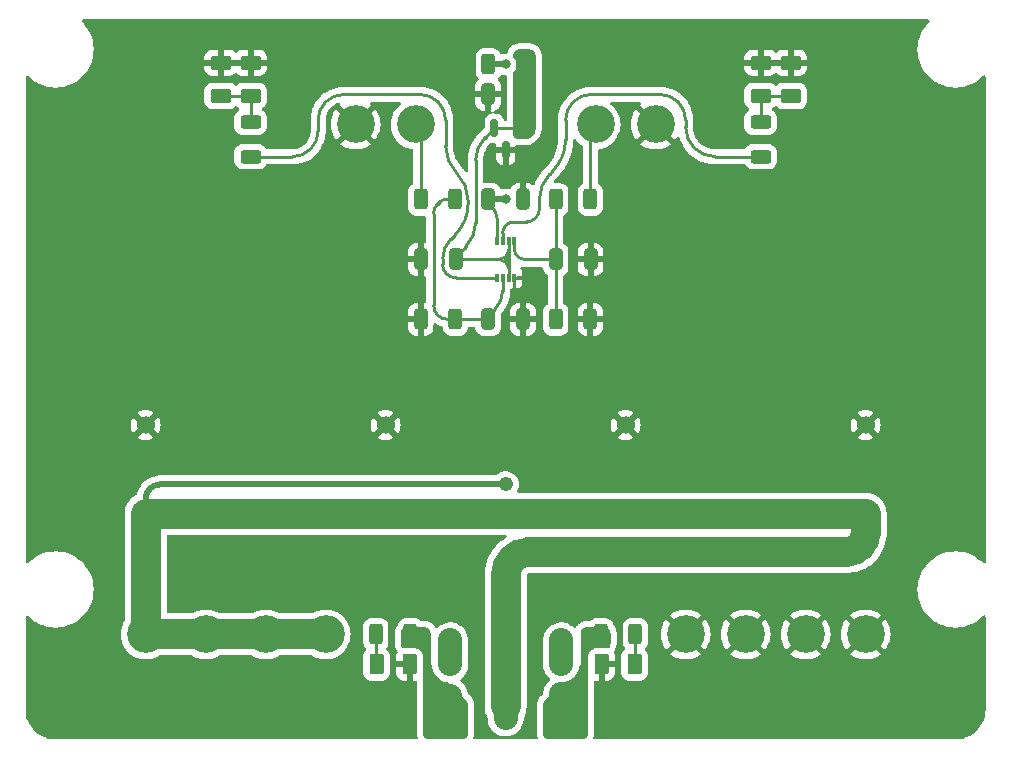
<source format=gbr>
%TF.GenerationSoftware,KiCad,Pcbnew,7.0.6*%
%TF.CreationDate,2023-07-28T23:09:07+08:00*%
%TF.ProjectId,PowerToggleMK1_KiCad,506f7765-7254-46f6-9767-6c654d4b315f,rev?*%
%TF.SameCoordinates,Original*%
%TF.FileFunction,Copper,L1,Top*%
%TF.FilePolarity,Positive*%
%FSLAX46Y46*%
G04 Gerber Fmt 4.6, Leading zero omitted, Abs format (unit mm)*
G04 Created by KiCad (PCBNEW 7.0.6) date 2023-07-28 23:09:07*
%MOMM*%
%LPD*%
G01*
G04 APERTURE LIST*
G04 Aperture macros list*
%AMRoundRect*
0 Rectangle with rounded corners*
0 $1 Rounding radius*
0 $2 $3 $4 $5 $6 $7 $8 $9 X,Y pos of 4 corners*
0 Add a 4 corners polygon primitive as box body*
4,1,4,$2,$3,$4,$5,$6,$7,$8,$9,$2,$3,0*
0 Add four circle primitives for the rounded corners*
1,1,$1+$1,$2,$3*
1,1,$1+$1,$4,$5*
1,1,$1+$1,$6,$7*
1,1,$1+$1,$8,$9*
0 Add four rect primitives between the rounded corners*
20,1,$1+$1,$2,$3,$4,$5,0*
20,1,$1+$1,$4,$5,$6,$7,0*
20,1,$1+$1,$6,$7,$8,$9,0*
20,1,$1+$1,$8,$9,$2,$3,0*%
G04 Aperture macros list end*
%TA.AperFunction,SMDPad,CuDef*%
%ADD10RoundRect,0.250000X-0.325000X-0.650000X0.325000X-0.650000X0.325000X0.650000X-0.325000X0.650000X0*%
%TD*%
%TA.AperFunction,ComponentPad*%
%ADD11R,1.524000X1.524000*%
%TD*%
%TA.AperFunction,ComponentPad*%
%ADD12C,1.524000*%
%TD*%
%TA.AperFunction,SMDPad,CuDef*%
%ADD13RoundRect,0.250000X0.312500X0.625000X-0.312500X0.625000X-0.312500X-0.625000X0.312500X-0.625000X0*%
%TD*%
%TA.AperFunction,SMDPad,CuDef*%
%ADD14RoundRect,0.250000X-0.625000X0.312500X-0.625000X-0.312500X0.625000X-0.312500X0.625000X0.312500X0*%
%TD*%
%TA.AperFunction,SMDPad,CuDef*%
%ADD15RoundRect,0.150000X-0.150000X0.587500X-0.150000X-0.587500X0.150000X-0.587500X0.150000X0.587500X0*%
%TD*%
%TA.AperFunction,ComponentPad*%
%ADD16C,3.200000*%
%TD*%
%TA.AperFunction,SMDPad,CuDef*%
%ADD17RoundRect,0.250000X0.375000X0.625000X-0.375000X0.625000X-0.375000X-0.625000X0.375000X-0.625000X0*%
%TD*%
%TA.AperFunction,SMDPad,CuDef*%
%ADD18RoundRect,0.250000X-0.312500X-0.625000X0.312500X-0.625000X0.312500X0.625000X-0.312500X0.625000X0*%
%TD*%
%TA.AperFunction,SMDPad,CuDef*%
%ADD19RoundRect,0.250000X-0.625000X0.375000X-0.625000X-0.375000X0.625000X-0.375000X0.625000X0.375000X0*%
%TD*%
%TA.AperFunction,SMDPad,CuDef*%
%ADD20RoundRect,0.250000X0.625000X-0.375000X0.625000X0.375000X-0.625000X0.375000X-0.625000X-0.375000X0*%
%TD*%
%TA.AperFunction,SMDPad,CuDef*%
%ADD21RoundRect,0.250000X-0.375000X-0.625000X0.375000X-0.625000X0.375000X0.625000X-0.375000X0.625000X0*%
%TD*%
%TA.AperFunction,SMDPad,CuDef*%
%ADD22R,0.300000X0.800000*%
%TD*%
%TA.AperFunction,SMDPad,CuDef*%
%ADD23RoundRect,0.250000X0.325000X0.650000X-0.325000X0.650000X-0.325000X-0.650000X0.325000X-0.650000X0*%
%TD*%
%TA.AperFunction,ComponentPad*%
%ADD24O,2.032000X4.064000*%
%TD*%
%TA.AperFunction,ViaPad*%
%ADD25C,0.812800*%
%TD*%
%TA.AperFunction,ViaPad*%
%ADD26C,1.219200*%
%TD*%
%TA.AperFunction,Conductor*%
%ADD27C,0.254000*%
%TD*%
%TA.AperFunction,Conductor*%
%ADD28C,0.508000*%
%TD*%
%TA.AperFunction,Conductor*%
%ADD29C,2.540000*%
%TD*%
G04 APERTURE END LIST*
D10*
%TO.P,C10,1*%
%TO.N,VOUT*%
X107745000Y-91440000D03*
%TO.P,C10,2*%
%TO.N,GNDREF*%
X110695000Y-91440000D03*
%TD*%
D11*
%TO.P,C2,1*%
%TO.N,VOUT*%
X99060000Y-118050000D03*
D12*
%TO.P,C2,2*%
%TO.N,GNDREF*%
X99060000Y-110550000D03*
%TD*%
D13*
%TO.P,R1,1*%
%TO.N,Net-(SW1A-A)*%
X101157500Y-128270000D03*
%TO.P,R1,2*%
%TO.N,Net-(D1-A)*%
X98232500Y-128270000D03*
%TD*%
D14*
%TO.P,R9,1*%
%TO.N,Net-(D5-A)*%
X130810000Y-84897500D03*
%TO.P,R9,2*%
%TO.N,Net-(R9-Pad2)*%
X130810000Y-87822500D03*
%TD*%
D15*
%TO.P,U2,1,K*%
%TO.N,VREF*%
X110170000Y-85422500D03*
%TO.P,U2,2,REF*%
X108270000Y-85422500D03*
%TO.P,U2,3,A*%
%TO.N,GNDREF*%
X109220000Y-87297500D03*
%TD*%
D16*
%TO.P,J2,1,Pin_1*%
%TO.N,GNDREF*%
X121920000Y-85090000D03*
%TO.P,J2,2,Pin_2*%
%TO.N,VIN2*%
X116840000Y-85090000D03*
%TD*%
D17*
%TO.P,D1,1,K*%
%TO.N,GNDREF*%
X101095000Y-130810000D03*
%TO.P,D1,2,A*%
%TO.N,Net-(D1-A)*%
X98295000Y-130810000D03*
%TD*%
D11*
%TO.P,C4,1*%
%TO.N,VOUT*%
X139700000Y-118050000D03*
D12*
%TO.P,C4,2*%
%TO.N,GNDREF*%
X139700000Y-110550000D03*
%TD*%
D16*
%TO.P,J3,1,Pin_1*%
%TO.N,VOUT*%
X78740000Y-128270000D03*
%TO.P,J3,2,Pin_2*%
X83820000Y-128270000D03*
%TO.P,J3,3,Pin_3*%
X88900000Y-128270000D03*
%TO.P,J3,4,Pin_4*%
X93980000Y-128270000D03*
%TD*%
D18*
%TO.P,R4,1*%
%TO.N,VIN1*%
X102042500Y-91440000D03*
%TO.P,R4,2*%
%TO.N,VREF1*%
X104967500Y-91440000D03*
%TD*%
D16*
%TO.P,J4,1,Pin_1*%
%TO.N,GNDREF*%
X124460000Y-128270000D03*
%TO.P,J4,2,Pin_2*%
X129540000Y-128270000D03*
%TO.P,J4,3,Pin_3*%
X134620000Y-128270000D03*
%TO.P,J4,4,Pin_4*%
X139700000Y-128270000D03*
%TD*%
D14*
%TO.P,R8,1*%
%TO.N,Net-(D3-A)*%
X87630000Y-84897500D03*
%TO.P,R8,2*%
%TO.N,Net-(R8-Pad2)*%
X87630000Y-87822500D03*
%TD*%
D19*
%TO.P,D5,1,K*%
%TO.N,GNDREF*%
X130810000Y-79880000D03*
%TO.P,D5,2,A*%
%TO.N,Net-(D5-A)*%
X130810000Y-82680000D03*
%TD*%
D20*
%TO.P,D4,1,K*%
%TO.N,Net-(D3-A)*%
X87630000Y-82680000D03*
%TO.P,D4,2,A*%
%TO.N,GNDREF*%
X87630000Y-79880000D03*
%TD*%
D10*
%TO.P,C6,1*%
%TO.N,VREF1*%
X107745000Y-101600000D03*
%TO.P,C6,2*%
%TO.N,GNDREF*%
X110695000Y-101600000D03*
%TD*%
D19*
%TO.P,D3,1,K*%
%TO.N,GNDREF*%
X85090000Y-79880000D03*
%TO.P,D3,2,A*%
%TO.N,Net-(D3-A)*%
X85090000Y-82680000D03*
%TD*%
D16*
%TO.P,J1,1,Pin_1*%
%TO.N,VIN1*%
X101600000Y-85090000D03*
%TO.P,J1,2,Pin_2*%
%TO.N,GNDREF*%
X96520000Y-85090000D03*
%TD*%
D21*
%TO.P,D2,1,K*%
%TO.N,GNDREF*%
X117345000Y-130810000D03*
%TO.P,D2,2,A*%
%TO.N,Net-(D2-A)*%
X120145000Y-130810000D03*
%TD*%
D20*
%TO.P,D6,1,K*%
%TO.N,Net-(D5-A)*%
X133350000Y-82680000D03*
%TO.P,D6,2,A*%
%TO.N,GNDREF*%
X133350000Y-79880000D03*
%TD*%
D13*
%TO.P,R3,1*%
%TO.N,VREF*%
X110682500Y-80010000D03*
%TO.P,R3,2*%
%TO.N,VOUT*%
X107757500Y-80010000D03*
%TD*%
%TO.P,R6,1*%
%TO.N,VIN2*%
X116397500Y-91440000D03*
%TO.P,R6,2*%
%TO.N,VREF2*%
X113472500Y-91440000D03*
%TD*%
D11*
%TO.P,C1,1*%
%TO.N,VOUT*%
X78740000Y-118050000D03*
D12*
%TO.P,C1,2*%
%TO.N,GNDREF*%
X78740000Y-110550000D03*
%TD*%
D18*
%TO.P,R2,1*%
%TO.N,Net-(SW1A-C)*%
X117282500Y-128270000D03*
%TO.P,R2,2*%
%TO.N,Net-(D2-A)*%
X120207500Y-128270000D03*
%TD*%
D10*
%TO.P,C7,1*%
%TO.N,VREF2*%
X113460000Y-96520000D03*
%TO.P,C7,2*%
%TO.N,GNDREF*%
X116410000Y-96520000D03*
%TD*%
D22*
%TO.P,U1,1*%
%TO.N,Net-(R8-Pad2)*%
X108470000Y-98070000D03*
%TO.P,U1,2,-*%
%TO.N,VREF1*%
X108970000Y-98070000D03*
%TO.P,U1,3,+*%
%TO.N,VREF*%
X109470000Y-98070000D03*
%TO.P,U1,4,V-*%
%TO.N,GNDREF*%
X109970000Y-98070000D03*
%TO.P,U1,5,+*%
%TO.N,VREF2*%
X109970000Y-94970000D03*
%TO.P,U1,6,-*%
%TO.N,VREF*%
X109470000Y-94970000D03*
%TO.P,U1,7*%
%TO.N,Net-(R9-Pad2)*%
X108970000Y-94970000D03*
%TO.P,U1,8,V+*%
%TO.N,VOUT*%
X108470000Y-94970000D03*
%TD*%
D18*
%TO.P,R7,1*%
%TO.N,VREF2*%
X113472500Y-101600000D03*
%TO.P,R7,2*%
%TO.N,GNDREF*%
X116397500Y-101600000D03*
%TD*%
D11*
%TO.P,C3,1*%
%TO.N,VOUT*%
X119380000Y-118050000D03*
D12*
%TO.P,C3,2*%
%TO.N,GNDREF*%
X119380000Y-110550000D03*
%TD*%
D23*
%TO.P,C5,1*%
%TO.N,VREF*%
X110695000Y-82550000D03*
%TO.P,C5,2*%
%TO.N,GNDREF*%
X107745000Y-82550000D03*
%TD*%
D24*
%TO.P,SW1,1,A*%
%TO.N,Net-(SW1A-A)*%
X104521000Y-134493000D03*
%TO.P,SW1,2,B*%
%TO.N,VOUT*%
X109220000Y-134366000D03*
%TO.P,SW1,3,C*%
%TO.N,Net-(SW1A-C)*%
X113919000Y-134366000D03*
%TO.P,SW1,4,A*%
%TO.N,VIN1*%
X104521000Y-129794000D03*
%TO.P,SW1,5,B*%
%TO.N,VOUT*%
X109220000Y-129794000D03*
%TO.P,SW1,6,C*%
%TO.N,VIN2*%
X113919000Y-129794000D03*
%TD*%
D23*
%TO.P,C8,1*%
%TO.N,VREF*%
X104980000Y-96520000D03*
%TO.P,C8,2*%
%TO.N,GNDREF*%
X102030000Y-96520000D03*
%TD*%
D13*
%TO.P,R5,1*%
%TO.N,VREF1*%
X104967500Y-101600000D03*
%TO.P,R5,2*%
%TO.N,GNDREF*%
X102042500Y-101600000D03*
%TD*%
D25*
%TO.N,VOUT*%
X109220000Y-91440000D03*
X109220000Y-80010000D03*
D26*
X109220000Y-115570000D03*
%TD*%
D27*
%TO.N,VOUT*%
X108107500Y-92105500D02*
X107852126Y-91850126D01*
D28*
X109220000Y-91440000D02*
X107896500Y-91440000D01*
X79980000Y-115570000D02*
X109220000Y-115570000D01*
D29*
X109220000Y-129794000D02*
X109220000Y-134366000D01*
D28*
X78740000Y-118050000D02*
X78740000Y-116810000D01*
D27*
X108470000Y-92980652D02*
X108470000Y-94970000D01*
D29*
X99060000Y-118050000D02*
X119380000Y-118050000D01*
D28*
X109220000Y-80010000D02*
X107757500Y-80010000D01*
D29*
X109220000Y-123284998D02*
X109220000Y-129794000D01*
X139700000Y-118050000D02*
X119380000Y-118050000D01*
X78740000Y-128270000D02*
X78740000Y-118050000D01*
X78740000Y-118050000D02*
X99060000Y-118050000D01*
X139700000Y-119667500D02*
X139700000Y-118050000D01*
X138082500Y-121285000D02*
X111219998Y-121285000D01*
X78740000Y-128270000D02*
X93980000Y-128270000D01*
X111219998Y-121285000D02*
G75*
G03*
X109220000Y-123284998I2J-2000000D01*
G01*
D27*
X107745014Y-91591500D02*
G75*
G03*
X107852126Y-91850126I365786J0D01*
G01*
D28*
X107896500Y-91440000D02*
G75*
G03*
X107745000Y-91591500I0J-151500D01*
G01*
D29*
X138082500Y-121285000D02*
G75*
G03*
X139700000Y-119667500I0J1617500D01*
G01*
D27*
X108470019Y-92980652D02*
G75*
G03*
X108107499Y-92105501I-1237719J-48D01*
G01*
D28*
X79980000Y-115570000D02*
G75*
G03*
X78740000Y-116810000I0J-1240000D01*
G01*
D27*
%TO.N,GNDREF*%
X109970000Y-98070000D02*
X109970000Y-99048000D01*
D28*
X110695000Y-91440000D02*
X110695000Y-89457000D01*
D27*
X109970000Y-98070000D02*
X110718000Y-98070000D01*
%TO.N,VREF*%
X105082500Y-96520000D02*
X108695000Y-96520000D01*
X106680000Y-93412918D02*
X106680000Y-88136799D01*
X108270000Y-85422500D02*
X110170000Y-85422500D01*
X105829999Y-95464999D02*
X105052478Y-96242521D01*
X110682500Y-82537500D02*
X110695000Y-82550000D01*
X109470000Y-95745000D02*
X109470000Y-97295000D01*
X109470000Y-97295000D02*
X109470000Y-98070000D01*
X108270000Y-85422500D02*
X107475000Y-86217500D01*
X109470000Y-95745000D02*
X109470000Y-94970000D01*
X104980000Y-96417500D02*
G75*
G03*
X105082500Y-96520000I102500J0D01*
G01*
X107475000Y-86217500D02*
G75*
G03*
X106680000Y-88136799I1919300J-1919300D01*
G01*
X108695000Y-96520000D02*
G75*
G03*
X109470000Y-95745000I0J775000D01*
G01*
X105052470Y-96242513D02*
G75*
G03*
X104980000Y-96417500I175030J-174987D01*
G01*
X105829995Y-95464995D02*
G75*
G03*
X106680000Y-93412918I-2052095J2052095D01*
G01*
X109470000Y-97295000D02*
G75*
G03*
X108695000Y-96520000I-775000J0D01*
G01*
%TO.N,VREF1*%
X103473249Y-91789249D02*
X103642187Y-91620312D01*
X103124000Y-100407585D02*
X103124000Y-92632414D01*
X108357499Y-100684499D02*
X107852126Y-101189873D01*
X108970000Y-99205794D02*
X108970000Y-98070000D01*
X104077500Y-91440000D02*
X104332500Y-91440000D01*
X107593500Y-101600000D02*
X104316414Y-101600000D01*
X108357502Y-100684502D02*
G75*
G03*
X108970000Y-99205794I-1478702J1478702D01*
G01*
X104077500Y-91439993D02*
G75*
G03*
X103642188Y-91620313I0J-615607D01*
G01*
X103124006Y-100407585D02*
G75*
G03*
X103473250Y-101250750I1192394J-15D01*
G01*
X103473246Y-91789246D02*
G75*
G03*
X103124000Y-92632414I843154J-843154D01*
G01*
X107593500Y-101600000D02*
G75*
G03*
X107745000Y-101448500I0J151500D01*
G01*
X103473246Y-101250754D02*
G75*
G03*
X104316414Y-101600000I843154J843154D01*
G01*
X107852117Y-101189864D02*
G75*
G03*
X107745000Y-101448500I258683J-258636D01*
G01*
%TO.N,VREF2*%
X113472500Y-101600000D02*
X113472500Y-91440000D01*
X109970000Y-95632304D02*
X109970000Y-94970000D01*
X110857695Y-96520000D02*
X113460000Y-96520000D01*
X110230001Y-96259999D02*
G75*
G03*
X110857695Y-96520000I627699J627699D01*
G01*
X109969999Y-95632304D02*
G75*
G03*
X110230001Y-96259999I887701J4D01*
G01*
%TO.N,Net-(D1-A)*%
X98232500Y-130703305D02*
X98232500Y-128270000D01*
X98263750Y-130778750D02*
X98295000Y-130810000D01*
X98232498Y-130703305D02*
G75*
G03*
X98263750Y-130778750I106702J5D01*
G01*
%TO.N,Net-(D2-A)*%
X120207500Y-130703305D02*
X120207500Y-128270000D01*
X120176250Y-130778750D02*
X120145000Y-130810000D01*
X120176248Y-130778748D02*
G75*
G03*
X120207500Y-130703305I-75448J75448D01*
G01*
%TO.N,Net-(D3-A)*%
X87630000Y-82680000D02*
X87630000Y-84897500D01*
X87630000Y-82680000D02*
X85090000Y-82680000D01*
%TO.N,Net-(D5-A)*%
X130810000Y-82680000D02*
X133350000Y-82680000D01*
X130810000Y-82680000D02*
X130810000Y-84897500D01*
%TO.N,VIN1*%
X101821250Y-85311250D02*
X101600000Y-85090000D01*
X102042500Y-85845394D02*
X102042500Y-91440000D01*
X102042502Y-85845394D02*
G75*
G03*
X101821250Y-85311250I-755402J-6D01*
G01*
%TO.N,VIN2*%
X116618750Y-85311250D02*
X116840000Y-85090000D01*
X116397500Y-85845394D02*
X116397500Y-91440000D01*
X116618752Y-85311252D02*
G75*
G03*
X116397500Y-85845394I534148J-534148D01*
G01*
%TO.N,Net-(R8-Pad2)*%
X93345000Y-85654474D02*
X93345000Y-84718025D01*
X105014397Y-98070000D02*
X108470000Y-98070000D01*
X101971974Y-82550000D02*
X95513025Y-82550000D01*
X104965499Y-94424499D02*
X104559519Y-94830480D01*
X106045000Y-91818356D02*
X106045000Y-91517038D01*
X104140000Y-86917961D02*
X104140000Y-84718025D01*
X103886000Y-96941602D02*
X103886000Y-96456500D01*
X91176974Y-87822500D02*
X87630000Y-87822500D01*
X104139989Y-84718025D02*
G75*
G03*
X103505000Y-83185000I-2167989J25D01*
G01*
X103505008Y-83184992D02*
G75*
G03*
X101971974Y-82550000I-1533008J-1533008D01*
G01*
X103885999Y-96941602D02*
G75*
G03*
X104216500Y-97739500I1128401J2D01*
G01*
X93979992Y-83184992D02*
G75*
G03*
X93345000Y-84718025I1533008J-1533008D01*
G01*
X104216501Y-97739499D02*
G75*
G03*
X105014397Y-98070000I797899J797899D01*
G01*
X92710008Y-87187508D02*
G75*
G03*
X93345000Y-85654474I-1533008J1533008D01*
G01*
X104965533Y-94424533D02*
G75*
G03*
X106045000Y-91818356I-2606233J2606133D01*
G01*
X106044984Y-91517038D02*
G75*
G03*
X105092500Y-89217500I-3251984J38D01*
G01*
X91176974Y-87822489D02*
G75*
G03*
X92710000Y-87187500I26J2167989D01*
G01*
X104140016Y-86917961D02*
G75*
G03*
X105092500Y-89217500I3251984J-39D01*
G01*
X95513025Y-82550011D02*
G75*
G03*
X93980000Y-83185000I-25J-2167989D01*
G01*
X104559527Y-94830488D02*
G75*
G03*
X103886000Y-96456500I1625973J-1626012D01*
G01*
%TO.N,Net-(R9-Pad2)*%
X108970000Y-94313783D02*
X108970000Y-94970000D01*
X114300000Y-84718025D02*
X114300000Y-86375955D01*
X122291974Y-82550000D02*
X116468025Y-82550000D01*
X109938783Y-93345000D02*
X110993487Y-93345000D01*
X112077500Y-91440000D02*
X112077500Y-92260987D01*
X124460000Y-84718025D02*
X124460000Y-85325856D01*
X112975525Y-89271974D02*
X113188750Y-89058750D01*
X126956643Y-87822500D02*
X130810000Y-87822500D01*
X109938783Y-93344993D02*
G75*
G03*
X109253750Y-93628750I17J-968807D01*
G01*
X114934992Y-83184992D02*
G75*
G03*
X114300000Y-84718025I1533008J-1533008D01*
G01*
X125191237Y-87091263D02*
G75*
G03*
X126956643Y-87822500I1765363J1765363D01*
G01*
X110993487Y-93344994D02*
G75*
G03*
X111760000Y-93027500I13J1083994D01*
G01*
X124459989Y-84718025D02*
G75*
G03*
X123825000Y-83185000I-2167989J25D01*
G01*
X112975536Y-89271985D02*
G75*
G03*
X112077500Y-91440000I2167964J-2168015D01*
G01*
X124460019Y-85325856D02*
G75*
G03*
X125191251Y-87091249I2496581J-44D01*
G01*
X109253755Y-93628755D02*
G75*
G03*
X108970000Y-94313783I685045J-685045D01*
G01*
X113188784Y-89058784D02*
G75*
G03*
X114300000Y-86375955I-2682884J2682784D01*
G01*
X116468025Y-82550011D02*
G75*
G03*
X114935000Y-83185000I-25J-2167989D01*
G01*
X111760004Y-93027504D02*
G75*
G03*
X112077500Y-92260987I-766504J766504D01*
G01*
X123825008Y-83184992D02*
G75*
G03*
X122291974Y-82550000I-1533008J-1533008D01*
G01*
%TD*%
%TA.AperFunction,Conductor*%
%TO.N,VREF*%
G36*
X111256097Y-78740540D02*
G01*
X111308934Y-78747495D01*
X111367037Y-78755145D01*
X111398799Y-78763655D01*
X111490679Y-78801713D01*
X111519158Y-78818156D01*
X111598053Y-78878694D01*
X111621305Y-78901946D01*
X111681841Y-78980837D01*
X111698288Y-79009323D01*
X111736342Y-79101194D01*
X111744855Y-79132966D01*
X111759459Y-79243902D01*
X111759999Y-79252133D01*
X111759999Y-85510446D01*
X111759459Y-85518677D01*
X111744855Y-85629613D01*
X111736342Y-85661385D01*
X111698288Y-85753256D01*
X111681841Y-85781743D01*
X111613725Y-85870512D01*
X111608286Y-85876714D01*
X111276714Y-86208286D01*
X111270512Y-86213725D01*
X111181740Y-86281842D01*
X111153256Y-86298288D01*
X111061385Y-86336342D01*
X111029614Y-86344855D01*
X110918678Y-86359460D01*
X110910446Y-86360000D01*
X110367134Y-86360000D01*
X110358902Y-86359460D01*
X110247965Y-86344855D01*
X110216194Y-86336342D01*
X110124323Y-86298288D01*
X110095839Y-86281842D01*
X110016946Y-86221305D01*
X109993694Y-86198053D01*
X109933156Y-86119158D01*
X109916713Y-86090679D01*
X109878655Y-85998799D01*
X109870145Y-85967039D01*
X109855538Y-85856090D01*
X109855000Y-85847881D01*
X109855000Y-80720421D01*
X109875001Y-80652304D01*
X109887354Y-80636125D01*
X109964247Y-80550727D01*
X110060407Y-80384173D01*
X110119837Y-80201266D01*
X110139940Y-80010000D01*
X110119837Y-79818734D01*
X110060407Y-79635827D01*
X109964247Y-79469273D01*
X109887362Y-79383883D01*
X109856646Y-79319877D01*
X109855000Y-79299586D01*
X109855000Y-79252118D01*
X109855538Y-79243909D01*
X109870145Y-79132958D01*
X109878654Y-79101202D01*
X109916714Y-79009316D01*
X109933153Y-78980844D01*
X109993698Y-78901941D01*
X110016941Y-78878698D01*
X110095844Y-78818153D01*
X110124316Y-78801714D01*
X110216202Y-78763654D01*
X110247960Y-78755145D01*
X110310994Y-78746846D01*
X110358903Y-78740540D01*
X110367134Y-78740000D01*
X111247866Y-78740000D01*
X111256097Y-78740540D01*
G37*
%TD.AperFunction*%
%TD*%
%TA.AperFunction,Conductor*%
%TO.N,Net-(SW1A-A)*%
G36*
X102366097Y-127635540D02*
G01*
X102418934Y-127642495D01*
X102477037Y-127650145D01*
X102508799Y-127658655D01*
X102600679Y-127696713D01*
X102629158Y-127713156D01*
X102708053Y-127773694D01*
X102731305Y-127796946D01*
X102791841Y-127875837D01*
X102808288Y-127904323D01*
X102846342Y-127996194D01*
X102854855Y-128027965D01*
X102869460Y-128138901D01*
X102870000Y-128147133D01*
X102870000Y-130810000D01*
X102986703Y-130926703D01*
X103004723Y-130973313D01*
X103004751Y-130973659D01*
X103011345Y-131055338D01*
X103070251Y-131294332D01*
X103166729Y-131520774D01*
X103166730Y-131520776D01*
X103298284Y-131728811D01*
X103461506Y-131913050D01*
X103652168Y-132068721D01*
X103865332Y-132191791D01*
X104095478Y-132279074D01*
X104336644Y-132328309D01*
X104341277Y-132328495D01*
X104408536Y-132351223D01*
X104425297Y-132365297D01*
X105893293Y-133833293D01*
X105898721Y-133839482D01*
X105966844Y-133928262D01*
X105983288Y-133956743D01*
X106021342Y-134048614D01*
X106029855Y-134080385D01*
X106044460Y-134191321D01*
X106045000Y-134199553D01*
X106045000Y-136647866D01*
X106044460Y-136656098D01*
X106029855Y-136767034D01*
X106021342Y-136798805D01*
X105983288Y-136890676D01*
X105966841Y-136919162D01*
X105906308Y-136998050D01*
X105883050Y-137021308D01*
X105804162Y-137081841D01*
X105775676Y-137098288D01*
X105683805Y-137136342D01*
X105652034Y-137144855D01*
X105541098Y-137159460D01*
X105532866Y-137160000D01*
X102747134Y-137160000D01*
X102738902Y-137159460D01*
X102627965Y-137144855D01*
X102596194Y-137136342D01*
X102504323Y-137098288D01*
X102475839Y-137081842D01*
X102396946Y-137021305D01*
X102373694Y-136998053D01*
X102313156Y-136919158D01*
X102296713Y-136890679D01*
X102258655Y-136798799D01*
X102250145Y-136767037D01*
X102235540Y-136656098D01*
X102235540Y-136656097D01*
X102235000Y-136647866D01*
X102235000Y-130385427D01*
X102235000Y-130385420D01*
X102235000Y-130175000D01*
X102228499Y-130168499D01*
X102228499Y-130134455D01*
X102217887Y-130030574D01*
X102217887Y-130030573D01*
X102162115Y-129862262D01*
X102069030Y-129711348D01*
X102069029Y-129711347D01*
X102069024Y-129711341D01*
X101943658Y-129585975D01*
X101943652Y-129585970D01*
X101943652Y-129585969D01*
X101792738Y-129492885D01*
X101708582Y-129464998D01*
X101624427Y-129437113D01*
X101624420Y-129437112D01*
X101520553Y-129426500D01*
X100669454Y-129426500D01*
X100591575Y-129434456D01*
X100521774Y-129421479D01*
X100502069Y-129409072D01*
X100491949Y-129401307D01*
X100468691Y-129378049D01*
X100408156Y-129299158D01*
X100391713Y-129270679D01*
X100353655Y-129178799D01*
X100345145Y-129147037D01*
X100337495Y-129088934D01*
X100330540Y-129036097D01*
X100330000Y-129027866D01*
X100330000Y-128147133D01*
X100330540Y-128138902D01*
X100335993Y-128097479D01*
X100345145Y-128027960D01*
X100353654Y-127996202D01*
X100391714Y-127904316D01*
X100408153Y-127875844D01*
X100468698Y-127796941D01*
X100491941Y-127773698D01*
X100570844Y-127713153D01*
X100599316Y-127696714D01*
X100691202Y-127658654D01*
X100722960Y-127650145D01*
X100785994Y-127641846D01*
X100833903Y-127635540D01*
X100842134Y-127635000D01*
X102357866Y-127635000D01*
X102366097Y-127635540D01*
G37*
%TD.AperFunction*%
%TD*%
%TA.AperFunction,Conductor*%
%TO.N,VREF*%
G36*
X109376437Y-96235829D02*
G01*
X109382192Y-96238213D01*
X109384725Y-96239263D01*
X109432308Y-96273834D01*
X109438131Y-96280651D01*
X109464843Y-96333072D01*
X109470518Y-96356709D01*
X109474000Y-96386124D01*
X109474000Y-96653875D01*
X109470518Y-96683290D01*
X109464843Y-96706927D01*
X109438131Y-96759348D01*
X109432308Y-96766165D01*
X109384725Y-96800736D01*
X109376438Y-96804169D01*
X109318326Y-96813373D01*
X109309384Y-96812669D01*
X109253437Y-96794490D01*
X109241368Y-96787094D01*
X109205269Y-96753725D01*
X109165667Y-96699218D01*
X109147775Y-96664103D01*
X109125377Y-96595168D01*
X109119212Y-96556237D01*
X109119212Y-96483762D01*
X109125377Y-96444832D01*
X109147776Y-96375893D01*
X109165665Y-96340784D01*
X109205271Y-96286271D01*
X109241365Y-96252907D01*
X109253440Y-96245507D01*
X109309384Y-96227330D01*
X109318326Y-96226626D01*
X109376437Y-96235829D01*
G37*
%TD.AperFunction*%
%TD*%
%TA.AperFunction,Conductor*%
%TO.N,Net-(SW1A-C)*%
G36*
X117606097Y-127635540D02*
G01*
X117658934Y-127642495D01*
X117717037Y-127650145D01*
X117748799Y-127658655D01*
X117840679Y-127696713D01*
X117869158Y-127713156D01*
X117948053Y-127773694D01*
X117971305Y-127796946D01*
X118031841Y-127875837D01*
X118048288Y-127904323D01*
X118086342Y-127996194D01*
X118094855Y-128027965D01*
X118109460Y-128138901D01*
X118110000Y-128147133D01*
X118110000Y-129027866D01*
X118109460Y-129036098D01*
X118094855Y-129147034D01*
X118086342Y-129178805D01*
X118048288Y-129270676D01*
X118031841Y-129299163D01*
X117971308Y-129378049D01*
X117948051Y-129401306D01*
X117937933Y-129409070D01*
X117871713Y-129434671D01*
X117848422Y-129434456D01*
X117770545Y-129426500D01*
X116919455Y-129426500D01*
X116815574Y-129437112D01*
X116647261Y-129492885D01*
X116496347Y-129585970D01*
X116496341Y-129585975D01*
X116370975Y-129711341D01*
X116370970Y-129711347D01*
X116277885Y-129862262D01*
X116222113Y-130030572D01*
X116222112Y-130030579D01*
X116211500Y-130134446D01*
X116211500Y-130168500D01*
X116205000Y-130175000D01*
X116205000Y-130385415D01*
X116205000Y-130385416D01*
X116204999Y-130385427D01*
X116205000Y-136647866D01*
X116204460Y-136656098D01*
X116189855Y-136767034D01*
X116181342Y-136798805D01*
X116143288Y-136890676D01*
X116126841Y-136919162D01*
X116066308Y-136998050D01*
X116043050Y-137021308D01*
X115964162Y-137081841D01*
X115935676Y-137098288D01*
X115843805Y-137136342D01*
X115812034Y-137144855D01*
X115701098Y-137159460D01*
X115692866Y-137160000D01*
X112907134Y-137160000D01*
X112898902Y-137159460D01*
X112787965Y-137144855D01*
X112756194Y-137136342D01*
X112664323Y-137098288D01*
X112635839Y-137081842D01*
X112556946Y-137021305D01*
X112533694Y-136998053D01*
X112473156Y-136919158D01*
X112456713Y-136890679D01*
X112418655Y-136798799D01*
X112410145Y-136767037D01*
X112395540Y-136656098D01*
X112395540Y-136656097D01*
X112395000Y-136647866D01*
X112395000Y-134199553D01*
X112395540Y-134191322D01*
X112400993Y-134149899D01*
X112410145Y-134080380D01*
X112418654Y-134048622D01*
X112456714Y-133956736D01*
X112473151Y-133928267D01*
X112541285Y-133839473D01*
X112546698Y-133833301D01*
X114019495Y-132360504D01*
X114081803Y-132326482D01*
X114093380Y-132324524D01*
X114224931Y-132308551D01*
X114461345Y-132240072D01*
X114461348Y-132240072D01*
X114461349Y-132240071D01*
X114461354Y-132240070D01*
X114683730Y-132134551D01*
X114886300Y-131994727D01*
X115063817Y-131824220D01*
X115211684Y-131627444D01*
X115231638Y-131589426D01*
X115326071Y-131409499D01*
X115326072Y-131409496D01*
X115364520Y-131294331D01*
X115404017Y-131176024D01*
X115439096Y-130960165D01*
X115453748Y-130926251D01*
X115570000Y-130810000D01*
X115570000Y-128147133D01*
X115570540Y-128138902D01*
X115575993Y-128097479D01*
X115585145Y-128027960D01*
X115593654Y-127996202D01*
X115631714Y-127904316D01*
X115648153Y-127875844D01*
X115708698Y-127796941D01*
X115731941Y-127773698D01*
X115810844Y-127713153D01*
X115839316Y-127696714D01*
X115931202Y-127658654D01*
X115962960Y-127650145D01*
X116025994Y-127641846D01*
X116073903Y-127635540D01*
X116082134Y-127635000D01*
X117597866Y-127635000D01*
X117606097Y-127635540D01*
G37*
%TD.AperFunction*%
%TD*%
%TA.AperFunction,Conductor*%
%TO.N,GNDREF*%
G36*
X145059725Y-76220002D02*
G01*
X145106218Y-76273658D01*
X145116322Y-76343932D01*
X145086828Y-76408512D01*
X145075563Y-76419951D01*
X145035638Y-76455629D01*
X144794225Y-76725769D01*
X144794224Y-76725771D01*
X144584585Y-77021230D01*
X144409349Y-77338298D01*
X144409341Y-77338313D01*
X144270709Y-77673001D01*
X144170413Y-78021134D01*
X144109730Y-78378294D01*
X144089418Y-78740000D01*
X144109730Y-79101705D01*
X144170413Y-79458865D01*
X144270709Y-79806998D01*
X144409341Y-80141686D01*
X144409346Y-80141697D01*
X144446313Y-80208583D01*
X144584585Y-80458769D01*
X144584588Y-80458773D01*
X144794229Y-80754235D01*
X145035634Y-81024366D01*
X145305765Y-81265771D01*
X145601227Y-81475412D01*
X145601230Y-81475414D01*
X145669915Y-81513374D01*
X145918303Y-81650654D01*
X146253006Y-81789292D01*
X146601128Y-81889585D01*
X146958290Y-81950269D01*
X147320000Y-81970582D01*
X147681710Y-81950269D01*
X148038872Y-81889585D01*
X148386994Y-81789292D01*
X148721697Y-81650654D01*
X149038773Y-81475412D01*
X149334235Y-81265771D01*
X149604366Y-81024366D01*
X149640048Y-80984437D01*
X149700355Y-80946971D01*
X149771343Y-80948057D01*
X149830475Y-80987350D01*
X149858977Y-81052374D01*
X149860000Y-81068396D01*
X149860000Y-122131603D01*
X149839998Y-122199724D01*
X149786342Y-122246217D01*
X149716068Y-122256321D01*
X149651488Y-122226827D01*
X149640050Y-122215563D01*
X149604370Y-122175638D01*
X149604366Y-122175634D01*
X149334235Y-121934229D01*
X149334232Y-121934227D01*
X149334230Y-121934225D01*
X149334228Y-121934224D01*
X149038769Y-121724585D01*
X148880235Y-121636967D01*
X148721697Y-121549346D01*
X148721689Y-121549342D01*
X148721686Y-121549341D01*
X148386998Y-121410709D01*
X148038865Y-121310413D01*
X147681705Y-121249730D01*
X147320000Y-121229418D01*
X146958294Y-121249730D01*
X146601134Y-121310413D01*
X146253001Y-121410709D01*
X145918313Y-121549341D01*
X145918305Y-121549344D01*
X145918303Y-121549346D01*
X145918298Y-121549349D01*
X145601230Y-121724585D01*
X145305771Y-121934224D01*
X145305769Y-121934225D01*
X145035634Y-122175634D01*
X144794225Y-122445769D01*
X144794224Y-122445771D01*
X144584585Y-122741230D01*
X144489898Y-122912555D01*
X144427039Y-123026291D01*
X144409349Y-123058298D01*
X144409341Y-123058313D01*
X144270709Y-123393001D01*
X144170413Y-123741134D01*
X144109730Y-124098294D01*
X144089418Y-124460000D01*
X144109730Y-124821705D01*
X144170413Y-125178865D01*
X144270709Y-125526998D01*
X144409341Y-125861686D01*
X144409346Y-125861697D01*
X144446313Y-125928583D01*
X144584585Y-126178769D01*
X144736956Y-126393516D01*
X144794229Y-126474235D01*
X145035634Y-126744366D01*
X145305765Y-126985771D01*
X145576418Y-127177809D01*
X145601230Y-127195414D01*
X145661520Y-127228735D01*
X145918303Y-127370654D01*
X146099541Y-127445725D01*
X146207816Y-127490574D01*
X146253006Y-127509292D01*
X146601128Y-127609585D01*
X146958290Y-127670269D01*
X147320000Y-127690582D01*
X147681710Y-127670269D01*
X148038872Y-127609585D01*
X148386994Y-127509292D01*
X148721697Y-127370654D01*
X149038773Y-127195412D01*
X149334235Y-126985771D01*
X149604366Y-126744366D01*
X149640048Y-126704437D01*
X149700355Y-126666971D01*
X149771343Y-126668057D01*
X149830475Y-126707350D01*
X149858977Y-126772374D01*
X149860000Y-126788396D01*
X149860000Y-134618097D01*
X149859885Y-134621902D01*
X149841711Y-134922355D01*
X149840793Y-134929914D01*
X149786880Y-135224108D01*
X149785057Y-135231502D01*
X149696074Y-135517057D01*
X149693374Y-135524177D01*
X149570624Y-135796917D01*
X149567085Y-135803659D01*
X149412351Y-136059622D01*
X149408025Y-136065888D01*
X149223568Y-136301331D01*
X149218519Y-136307030D01*
X149007030Y-136518519D01*
X149001331Y-136523568D01*
X148765888Y-136708025D01*
X148759622Y-136712351D01*
X148503659Y-136867085D01*
X148496917Y-136870624D01*
X148224177Y-136993374D01*
X148217057Y-136996074D01*
X147931502Y-137085057D01*
X147924108Y-137086880D01*
X147629914Y-137140793D01*
X147622355Y-137141711D01*
X147358782Y-137157654D01*
X147321900Y-137159885D01*
X147318097Y-137160000D01*
X116776111Y-137160000D01*
X116707990Y-137139998D01*
X116661497Y-137086342D01*
X116651393Y-137016068D01*
X116659700Y-136985786D01*
X116662184Y-136979790D01*
X116662185Y-136979787D01*
X116662187Y-136979782D01*
X116672994Y-136947946D01*
X116690209Y-136883700D01*
X116690836Y-136880551D01*
X116693533Y-136866986D01*
X116696768Y-136850726D01*
X116714663Y-136714799D01*
X116716309Y-136698088D01*
X116717949Y-136673086D01*
X116718500Y-136656276D01*
X116718500Y-132311990D01*
X116738501Y-132243873D01*
X116792157Y-132197380D01*
X116857306Y-132186647D01*
X116919484Y-132193000D01*
X117091000Y-132193000D01*
X117091000Y-131064000D01*
X117599000Y-131064000D01*
X117599000Y-132193000D01*
X117770517Y-132193000D01*
X117770516Y-132192999D01*
X117874318Y-132182394D01*
X117874321Y-132182393D01*
X118042525Y-132126657D01*
X118193339Y-132033634D01*
X118193345Y-132033629D01*
X118318629Y-131908345D01*
X118318634Y-131908339D01*
X118411657Y-131757525D01*
X118467393Y-131589321D01*
X118467394Y-131589318D01*
X118477996Y-131485544D01*
X119011500Y-131485544D01*
X119022112Y-131589425D01*
X119077885Y-131757738D01*
X119170970Y-131908652D01*
X119170975Y-131908658D01*
X119296341Y-132034024D01*
X119296347Y-132034029D01*
X119296348Y-132034030D01*
X119447262Y-132127115D01*
X119615574Y-132182887D01*
X119719455Y-132193500D01*
X120570544Y-132193499D01*
X120674426Y-132182887D01*
X120842738Y-132127115D01*
X120993652Y-132034030D01*
X121119030Y-131908652D01*
X121212115Y-131757738D01*
X121267887Y-131589426D01*
X121278500Y-131485545D01*
X121278499Y-130134456D01*
X121267887Y-130030574D01*
X121212115Y-129862262D01*
X121119030Y-129711348D01*
X121119029Y-129711347D01*
X121119024Y-129711341D01*
X121036777Y-129629094D01*
X121002751Y-129566782D01*
X121007816Y-129495967D01*
X121036776Y-129450905D01*
X121119030Y-129368652D01*
X121212115Y-129217738D01*
X121267887Y-129049426D01*
X121278500Y-128945545D01*
X121278500Y-128270004D01*
X122347074Y-128270004D01*
X122366752Y-128557696D01*
X122366753Y-128557702D01*
X122425425Y-128840054D01*
X122425427Y-128840062D01*
X122522002Y-129111798D01*
X122654672Y-129367836D01*
X122654676Y-129367842D01*
X122798787Y-129572001D01*
X123741155Y-128629633D01*
X123830577Y-128771948D01*
X123958052Y-128899423D01*
X124100364Y-128988843D01*
X123159630Y-129929577D01*
X123241514Y-129996194D01*
X123487922Y-130146038D01*
X123752422Y-130260926D01*
X124030111Y-130338731D01*
X124030120Y-130338733D01*
X124315795Y-130377999D01*
X124315809Y-130378000D01*
X124604191Y-130378000D01*
X124604204Y-130377999D01*
X124889879Y-130338733D01*
X124889888Y-130338731D01*
X125167577Y-130260926D01*
X125432077Y-130146038D01*
X125678490Y-129996191D01*
X125760367Y-129929578D01*
X125760367Y-129929577D01*
X124819634Y-128988844D01*
X124961948Y-128899423D01*
X125089423Y-128771948D01*
X125178844Y-128629634D01*
X126121212Y-129572001D01*
X126265319Y-129367850D01*
X126265328Y-129367835D01*
X126397997Y-129111798D01*
X126494572Y-128840062D01*
X126494574Y-128840054D01*
X126553246Y-128557702D01*
X126553247Y-128557696D01*
X126572926Y-128270004D01*
X127427074Y-128270004D01*
X127446752Y-128557696D01*
X127446753Y-128557702D01*
X127505425Y-128840054D01*
X127505427Y-128840062D01*
X127602002Y-129111798D01*
X127734672Y-129367836D01*
X127734676Y-129367842D01*
X127878787Y-129572002D01*
X128821155Y-128629633D01*
X128910577Y-128771948D01*
X129038052Y-128899423D01*
X129180364Y-128988843D01*
X128239630Y-129929577D01*
X128321514Y-129996194D01*
X128567922Y-130146038D01*
X128832422Y-130260926D01*
X129110111Y-130338731D01*
X129110120Y-130338733D01*
X129395795Y-130377999D01*
X129395809Y-130378000D01*
X129684191Y-130378000D01*
X129684204Y-130377999D01*
X129969879Y-130338733D01*
X129969888Y-130338731D01*
X130247577Y-130260926D01*
X130512077Y-130146038D01*
X130758490Y-129996191D01*
X130840367Y-129929578D01*
X130840367Y-129929577D01*
X129899634Y-128988844D01*
X130041948Y-128899423D01*
X130169423Y-128771948D01*
X130258843Y-128629634D01*
X131201211Y-129572002D01*
X131201212Y-129572001D01*
X131345319Y-129367850D01*
X131345328Y-129367835D01*
X131477997Y-129111798D01*
X131574572Y-128840062D01*
X131574574Y-128840054D01*
X131633246Y-128557702D01*
X131633247Y-128557696D01*
X131652926Y-128270004D01*
X132507074Y-128270004D01*
X132526752Y-128557696D01*
X132526753Y-128557702D01*
X132585425Y-128840054D01*
X132585427Y-128840062D01*
X132682002Y-129111798D01*
X132814672Y-129367836D01*
X132814676Y-129367842D01*
X132958787Y-129572002D01*
X133901155Y-128629634D01*
X133990577Y-128771948D01*
X134118052Y-128899423D01*
X134260364Y-128988843D01*
X133319630Y-129929577D01*
X133401514Y-129996194D01*
X133647922Y-130146038D01*
X133912422Y-130260926D01*
X134190111Y-130338731D01*
X134190120Y-130338733D01*
X134475795Y-130377999D01*
X134475809Y-130378000D01*
X134764191Y-130378000D01*
X134764204Y-130377999D01*
X135049879Y-130338733D01*
X135049888Y-130338731D01*
X135327577Y-130260926D01*
X135592077Y-130146038D01*
X135838490Y-129996191D01*
X135920367Y-129929578D01*
X135920367Y-129929577D01*
X134979634Y-128988844D01*
X135121948Y-128899423D01*
X135249423Y-128771948D01*
X135338844Y-128629634D01*
X136281211Y-129572002D01*
X136281212Y-129572001D01*
X136425319Y-129367850D01*
X136425328Y-129367835D01*
X136557997Y-129111798D01*
X136654572Y-128840062D01*
X136654574Y-128840054D01*
X136713246Y-128557702D01*
X136713247Y-128557696D01*
X136732926Y-128270004D01*
X137587074Y-128270004D01*
X137606752Y-128557696D01*
X137606753Y-128557702D01*
X137665425Y-128840054D01*
X137665427Y-128840062D01*
X137762002Y-129111798D01*
X137894672Y-129367836D01*
X137894676Y-129367842D01*
X138038787Y-129572002D01*
X138981155Y-128629634D01*
X139070577Y-128771948D01*
X139198052Y-128899423D01*
X139340364Y-128988843D01*
X138399630Y-129929577D01*
X138481514Y-129996194D01*
X138727922Y-130146038D01*
X138992422Y-130260926D01*
X139270111Y-130338731D01*
X139270120Y-130338733D01*
X139555795Y-130377999D01*
X139555809Y-130378000D01*
X139844191Y-130378000D01*
X139844204Y-130377999D01*
X140129879Y-130338733D01*
X140129888Y-130338731D01*
X140407577Y-130260926D01*
X140672077Y-130146038D01*
X140918490Y-129996191D01*
X141000367Y-129929578D01*
X141000367Y-129929577D01*
X140059634Y-128988844D01*
X140201948Y-128899423D01*
X140329423Y-128771948D01*
X140418844Y-128629634D01*
X141361211Y-129572002D01*
X141361212Y-129572001D01*
X141505319Y-129367850D01*
X141505328Y-129367835D01*
X141637997Y-129111798D01*
X141734572Y-128840062D01*
X141734574Y-128840054D01*
X141793246Y-128557702D01*
X141793247Y-128557696D01*
X141812926Y-128270004D01*
X141812926Y-128269995D01*
X141793247Y-127982303D01*
X141793246Y-127982297D01*
X141734574Y-127699945D01*
X141734572Y-127699937D01*
X141637997Y-127428201D01*
X141505327Y-127172163D01*
X141505324Y-127172157D01*
X141361211Y-126967997D01*
X140418843Y-127910364D01*
X140329423Y-127768052D01*
X140201948Y-127640577D01*
X140059634Y-127551155D01*
X141000368Y-126610422D01*
X141000367Y-126610421D01*
X140918485Y-126543805D01*
X140672077Y-126393961D01*
X140407577Y-126279073D01*
X140129888Y-126201268D01*
X140129879Y-126201266D01*
X139844204Y-126162000D01*
X139555795Y-126162000D01*
X139270120Y-126201266D01*
X139270111Y-126201268D01*
X138992422Y-126279073D01*
X138727918Y-126393962D01*
X138481517Y-126543802D01*
X138399631Y-126610421D01*
X138399630Y-126610421D01*
X139340365Y-127551156D01*
X139198052Y-127640577D01*
X139070577Y-127768052D01*
X138981156Y-127910365D01*
X138038787Y-126967996D01*
X137894674Y-127172160D01*
X137894672Y-127172163D01*
X137762002Y-127428201D01*
X137665427Y-127699937D01*
X137665425Y-127699945D01*
X137606753Y-127982297D01*
X137606752Y-127982303D01*
X137587074Y-128269995D01*
X137587074Y-128270004D01*
X136732926Y-128270004D01*
X136732926Y-128269995D01*
X136713247Y-127982303D01*
X136713246Y-127982297D01*
X136654574Y-127699945D01*
X136654572Y-127699937D01*
X136557997Y-127428201D01*
X136425327Y-127172163D01*
X136425324Y-127172157D01*
X136281211Y-126967997D01*
X135338843Y-127910364D01*
X135249423Y-127768052D01*
X135121948Y-127640577D01*
X134979634Y-127551155D01*
X135920368Y-126610422D01*
X135920367Y-126610421D01*
X135838485Y-126543805D01*
X135592077Y-126393961D01*
X135327577Y-126279073D01*
X135049888Y-126201268D01*
X135049879Y-126201266D01*
X134764204Y-126162000D01*
X134475795Y-126162000D01*
X134190120Y-126201266D01*
X134190111Y-126201268D01*
X133912422Y-126279073D01*
X133647918Y-126393962D01*
X133401517Y-126543802D01*
X133319631Y-126610421D01*
X133319630Y-126610421D01*
X134260365Y-127551156D01*
X134118052Y-127640577D01*
X133990577Y-127768052D01*
X133901156Y-127910365D01*
X132958787Y-126967996D01*
X132814674Y-127172160D01*
X132814672Y-127172163D01*
X132682002Y-127428201D01*
X132585427Y-127699937D01*
X132585425Y-127699945D01*
X132526753Y-127982297D01*
X132526752Y-127982303D01*
X132507074Y-128269995D01*
X132507074Y-128270004D01*
X131652926Y-128270004D01*
X131652926Y-128269995D01*
X131633247Y-127982303D01*
X131633246Y-127982297D01*
X131574574Y-127699945D01*
X131574572Y-127699937D01*
X131477997Y-127428201D01*
X131345327Y-127172163D01*
X131345324Y-127172157D01*
X131201211Y-126967997D01*
X130258843Y-127910364D01*
X130169423Y-127768052D01*
X130041948Y-127640577D01*
X129899634Y-127551155D01*
X130840368Y-126610422D01*
X130840367Y-126610421D01*
X130758485Y-126543805D01*
X130512077Y-126393961D01*
X130247577Y-126279073D01*
X129969888Y-126201268D01*
X129969879Y-126201266D01*
X129684204Y-126162000D01*
X129395795Y-126162000D01*
X129110120Y-126201266D01*
X129110111Y-126201268D01*
X128832422Y-126279073D01*
X128567918Y-126393962D01*
X128321517Y-126543802D01*
X128239631Y-126610421D01*
X128239630Y-126610421D01*
X129180365Y-127551156D01*
X129038052Y-127640577D01*
X128910577Y-127768052D01*
X128821155Y-127910365D01*
X127878787Y-126967996D01*
X127734674Y-127172160D01*
X127734672Y-127172163D01*
X127602002Y-127428201D01*
X127505427Y-127699937D01*
X127505425Y-127699945D01*
X127446753Y-127982297D01*
X127446752Y-127982303D01*
X127427074Y-128269995D01*
X127427074Y-128270004D01*
X126572926Y-128270004D01*
X126572926Y-128269995D01*
X126553247Y-127982303D01*
X126553246Y-127982297D01*
X126494574Y-127699945D01*
X126494572Y-127699937D01*
X126397997Y-127428201D01*
X126265327Y-127172163D01*
X126265324Y-127172157D01*
X126121211Y-126967997D01*
X125178843Y-127910364D01*
X125089423Y-127768052D01*
X124961948Y-127640577D01*
X124819634Y-127551155D01*
X125760368Y-126610421D01*
X125678485Y-126543805D01*
X125432077Y-126393961D01*
X125167577Y-126279073D01*
X124889888Y-126201268D01*
X124889879Y-126201266D01*
X124604204Y-126162000D01*
X124315795Y-126162000D01*
X124030120Y-126201266D01*
X124030111Y-126201268D01*
X123752422Y-126279073D01*
X123487918Y-126393962D01*
X123241517Y-126543802D01*
X123159631Y-126610421D01*
X123159630Y-126610422D01*
X124100364Y-127551156D01*
X123958052Y-127640577D01*
X123830577Y-127768052D01*
X123741156Y-127910365D01*
X122798787Y-126967996D01*
X122654674Y-127172160D01*
X122654672Y-127172163D01*
X122522002Y-127428201D01*
X122425427Y-127699937D01*
X122425425Y-127699945D01*
X122366753Y-127982297D01*
X122366752Y-127982303D01*
X122347074Y-128269995D01*
X122347074Y-128270004D01*
X121278500Y-128270004D01*
X121278499Y-127594456D01*
X121278377Y-127593266D01*
X121267887Y-127490574D01*
X121255585Y-127453449D01*
X121212115Y-127322262D01*
X121119030Y-127171348D01*
X121119029Y-127171347D01*
X121119024Y-127171341D01*
X120993658Y-127045975D01*
X120993652Y-127045970D01*
X120842738Y-126952885D01*
X120697863Y-126904879D01*
X120674427Y-126897113D01*
X120674420Y-126897112D01*
X120570553Y-126886500D01*
X119844455Y-126886500D01*
X119740574Y-126897112D01*
X119572261Y-126952885D01*
X119421347Y-127045970D01*
X119421341Y-127045975D01*
X119295975Y-127171341D01*
X119295970Y-127171347D01*
X119202885Y-127322262D01*
X119147113Y-127490572D01*
X119147112Y-127490579D01*
X119136500Y-127594446D01*
X119136500Y-128945544D01*
X119147112Y-129049425D01*
X119202885Y-129217738D01*
X119295970Y-129368652D01*
X119295975Y-129368658D01*
X119317845Y-129390528D01*
X119351871Y-129452840D01*
X119346806Y-129523655D01*
X119304259Y-129580491D01*
X119297192Y-129585302D01*
X119296341Y-129585975D01*
X119170975Y-129711341D01*
X119170970Y-129711347D01*
X119077885Y-129862262D01*
X119022113Y-130030572D01*
X119022112Y-130030579D01*
X119011500Y-130134446D01*
X119011500Y-131485544D01*
X118477996Y-131485544D01*
X118477999Y-131485516D01*
X118478000Y-131485516D01*
X118478000Y-131064000D01*
X117599000Y-131064000D01*
X117091000Y-131064000D01*
X117091000Y-130682000D01*
X117111002Y-130613879D01*
X117164658Y-130567386D01*
X117217000Y-130556000D01*
X118478000Y-130556000D01*
X118478000Y-130134483D01*
X118467394Y-130030681D01*
X118467393Y-130030678D01*
X118411656Y-129862473D01*
X118383817Y-129817339D01*
X118365079Y-129748860D01*
X118386338Y-129681121D01*
X118391083Y-129674502D01*
X118445370Y-129603758D01*
X118449451Y-129598440D01*
X118449465Y-129598420D01*
X118468137Y-129570476D01*
X118468137Y-129570477D01*
X118501397Y-129512868D01*
X118516271Y-129482706D01*
X118567185Y-129359788D01*
X118567185Y-129359787D01*
X118567187Y-129359782D01*
X118577994Y-129327946D01*
X118595209Y-129263700D01*
X118601768Y-129230726D01*
X118619663Y-129094799D01*
X118621309Y-129078088D01*
X118622949Y-129053086D01*
X118623500Y-129036276D01*
X118623500Y-128138723D01*
X118622949Y-128121913D01*
X118621309Y-128096911D01*
X118619663Y-128080200D01*
X118601768Y-127944273D01*
X118598533Y-127928012D01*
X118595211Y-127911307D01*
X118595072Y-127910790D01*
X118577994Y-127847053D01*
X118567187Y-127815217D01*
X118545884Y-127763787D01*
X118516266Y-127692280D01*
X118516266Y-127692281D01*
X118501394Y-127662126D01*
X118501393Y-127662125D01*
X118501388Y-127662117D01*
X118488952Y-127640577D01*
X118468142Y-127604532D01*
X118461403Y-127594446D01*
X118449459Y-127576571D01*
X118434470Y-127557037D01*
X118368468Y-127471022D01*
X118368467Y-127471022D01*
X118368457Y-127471009D01*
X118346290Y-127445733D01*
X118346282Y-127445725D01*
X118340089Y-127439531D01*
X118309586Y-127390074D01*
X118287116Y-127322265D01*
X118287115Y-127322264D01*
X118287115Y-127322262D01*
X118194030Y-127171348D01*
X118194029Y-127171347D01*
X118194024Y-127171341D01*
X118068658Y-127045975D01*
X118068652Y-127045970D01*
X117917738Y-126952885D01*
X117772863Y-126904879D01*
X117749427Y-126897113D01*
X117749420Y-126897112D01*
X117645553Y-126886500D01*
X116919455Y-126886500D01*
X116815574Y-126897112D01*
X116647261Y-126952885D01*
X116496347Y-127045970D01*
X116496342Y-127045974D01*
X116457724Y-127084594D01*
X116395413Y-127118620D01*
X116368628Y-127121500D01*
X116073723Y-127121500D01*
X116056911Y-127122051D01*
X116031911Y-127123691D01*
X116015204Y-127125337D01*
X115954805Y-127133288D01*
X115879273Y-127143231D01*
X115846302Y-127149789D01*
X115782073Y-127166998D01*
X115782067Y-127166999D01*
X115782067Y-127167000D01*
X115750228Y-127177808D01*
X115750223Y-127177810D01*
X115750222Y-127177810D01*
X115627279Y-127228734D01*
X115627280Y-127228733D01*
X115611997Y-127236270D01*
X115597118Y-127243608D01*
X115539530Y-127276858D01*
X115511578Y-127295535D01*
X115511577Y-127295536D01*
X115511577Y-127295535D01*
X115424525Y-127362333D01*
X115413683Y-127370654D01*
X115406001Y-127376549D01*
X115380732Y-127398709D01*
X115380727Y-127398713D01*
X115333713Y-127445727D01*
X115311549Y-127471000D01*
X115311550Y-127470999D01*
X115230535Y-127576577D01*
X115230536Y-127576577D01*
X115230535Y-127576578D01*
X115218590Y-127594456D01*
X115211859Y-127604529D01*
X115211858Y-127604530D01*
X115182613Y-127655180D01*
X115131228Y-127704172D01*
X115061514Y-127717605D01*
X114995604Y-127691216D01*
X114979183Y-127675727D01*
X114978494Y-127674950D01*
X114878458Y-127593273D01*
X114787836Y-127519282D01*
X114787834Y-127519281D01*
X114787832Y-127519279D01*
X114574668Y-127396209D01*
X114379694Y-127322265D01*
X114344525Y-127308927D01*
X114344524Y-127308926D01*
X114344522Y-127308926D01*
X114103356Y-127259691D01*
X113980385Y-127254735D01*
X113857416Y-127249780D01*
X113857409Y-127249780D01*
X113613067Y-127279449D01*
X113613066Y-127279449D01*
X113376656Y-127347926D01*
X113376651Y-127347927D01*
X113154272Y-127453447D01*
X112951708Y-127593266D01*
X112951698Y-127593274D01*
X112774180Y-127763783D01*
X112774176Y-127763787D01*
X112626314Y-127960558D01*
X112626312Y-127960560D01*
X112511928Y-128178500D01*
X112511927Y-128178503D01*
X112433982Y-128411977D01*
X112394501Y-128654917D01*
X112394500Y-128654934D01*
X112394500Y-130871445D01*
X112409345Y-131055338D01*
X112468251Y-131294332D01*
X112549723Y-131485553D01*
X112564730Y-131520776D01*
X112632180Y-131627439D01*
X112696284Y-131728811D01*
X112859505Y-131913049D01*
X112941110Y-131979678D01*
X112981226Y-132038255D01*
X112983305Y-132109221D01*
X112948705Y-132168149D01*
X112774180Y-132335782D01*
X112774176Y-132335787D01*
X112626314Y-132532558D01*
X112626312Y-132532560D01*
X112511928Y-132750500D01*
X112511927Y-132750503D01*
X112433982Y-132983977D01*
X112394740Y-133225449D01*
X112364070Y-133289479D01*
X112359467Y-133294332D01*
X112177659Y-133476141D01*
X112166176Y-133488401D01*
X112149682Y-133507208D01*
X112139016Y-133520205D01*
X112055532Y-133629002D01*
X112055531Y-133629003D01*
X112036862Y-133656941D01*
X112036863Y-133656941D01*
X112036854Y-133656955D01*
X112003607Y-133714541D01*
X112003599Y-133714558D01*
X111988736Y-133744694D01*
X111937810Y-133867642D01*
X111937810Y-133867643D01*
X111926998Y-133899493D01*
X111909790Y-133963720D01*
X111909790Y-133963721D01*
X111909789Y-133963727D01*
X111903231Y-133996698D01*
X111903231Y-133996699D01*
X111885337Y-134132623D01*
X111883691Y-134149330D01*
X111882051Y-134174330D01*
X111881500Y-134191142D01*
X111881500Y-136656277D01*
X111882051Y-136673089D01*
X111883691Y-136698089D01*
X111885337Y-136714797D01*
X111903231Y-136850719D01*
X111903231Y-136850720D01*
X111909790Y-136883698D01*
X111909790Y-136883697D01*
X111926998Y-136947924D01*
X111926998Y-136947925D01*
X111937808Y-136979772D01*
X111940296Y-136985778D01*
X111947888Y-137056367D01*
X111916111Y-137119855D01*
X111855054Y-137156085D01*
X111823889Y-137160000D01*
X109307487Y-137160000D01*
X109267925Y-137148383D01*
X109254567Y-137156227D01*
X109223965Y-137160000D01*
X106616111Y-137160000D01*
X106547990Y-137139998D01*
X106501497Y-137086342D01*
X106491393Y-137016068D01*
X106499700Y-136985786D01*
X106502184Y-136979790D01*
X106502185Y-136979787D01*
X106502187Y-136979782D01*
X106512994Y-136947946D01*
X106530209Y-136883700D01*
X106530836Y-136880551D01*
X106533533Y-136866986D01*
X106536768Y-136850726D01*
X106554663Y-136714799D01*
X106556309Y-136698088D01*
X106557949Y-136673086D01*
X106558500Y-136656276D01*
X106558500Y-134191143D01*
X106557949Y-134174333D01*
X106556309Y-134149331D01*
X106554663Y-134132620D01*
X106536768Y-133996693D01*
X106530209Y-133963719D01*
X106512994Y-133899473D01*
X106502187Y-133867637D01*
X106502185Y-133867631D01*
X106451266Y-133744700D01*
X106451265Y-133744700D01*
X106436401Y-133714558D01*
X106436401Y-133714557D01*
X106403144Y-133656955D01*
X106403144Y-133656956D01*
X106384464Y-133628999D01*
X106300990Y-133520214D01*
X106290322Y-133507215D01*
X106273813Y-133488391D01*
X106262331Y-133476132D01*
X106262330Y-133476131D01*
X106059675Y-133273476D01*
X106026434Y-133214539D01*
X105971749Y-132992669D01*
X105968045Y-132983976D01*
X105875270Y-132766225D01*
X105875270Y-132766224D01*
X105743716Y-132558189D01*
X105580494Y-132373950D01*
X105416454Y-132240015D01*
X105376337Y-132181439D01*
X105374258Y-132110473D01*
X105410876Y-132049648D01*
X105424560Y-132038723D01*
X105488300Y-131994727D01*
X105665817Y-131824220D01*
X105813684Y-131627444D01*
X105833638Y-131589426D01*
X105928071Y-131409499D01*
X105928072Y-131409496D01*
X106006017Y-131176024D01*
X106045500Y-130933070D01*
X106045500Y-128716559D01*
X106030654Y-128532657D01*
X105971749Y-128293669D01*
X105875270Y-128067224D01*
X105743716Y-127859189D01*
X105580494Y-127674950D01*
X105480458Y-127593273D01*
X105389836Y-127519282D01*
X105389834Y-127519281D01*
X105389832Y-127519279D01*
X105176668Y-127396209D01*
X104981694Y-127322265D01*
X104946525Y-127308927D01*
X104946524Y-127308926D01*
X104946522Y-127308926D01*
X104705356Y-127259691D01*
X104582385Y-127254735D01*
X104459416Y-127249780D01*
X104459409Y-127249780D01*
X104215067Y-127279449D01*
X104215066Y-127279449D01*
X103978656Y-127347926D01*
X103978651Y-127347927D01*
X103756272Y-127453447D01*
X103553708Y-127593266D01*
X103553698Y-127593274D01*
X103456084Y-127687034D01*
X103393099Y-127719797D01*
X103322400Y-127713307D01*
X103266432Y-127669624D01*
X103259691Y-127659177D01*
X103241384Y-127627468D01*
X103228142Y-127604532D01*
X103221403Y-127594446D01*
X103209459Y-127576571D01*
X103194470Y-127557037D01*
X103128468Y-127471022D01*
X103128467Y-127471022D01*
X103128457Y-127471009D01*
X103106290Y-127445733D01*
X103059266Y-127398708D01*
X103049421Y-127390074D01*
X103033992Y-127376543D01*
X103033993Y-127376544D01*
X103033991Y-127376543D01*
X102963250Y-127322261D01*
X102928422Y-127295536D01*
X102900471Y-127276860D01*
X102900468Y-127276858D01*
X102900465Y-127276856D01*
X102900466Y-127276856D01*
X102842880Y-127243609D01*
X102842877Y-127243607D01*
X102842871Y-127243604D01*
X102812724Y-127228736D01*
X102689776Y-127177810D01*
X102689774Y-127177809D01*
X102689771Y-127177808D01*
X102689772Y-127177808D01*
X102657925Y-127166998D01*
X102657924Y-127166998D01*
X102593697Y-127149790D01*
X102593698Y-127149790D01*
X102560720Y-127143231D01*
X102560719Y-127143231D01*
X102424797Y-127125337D01*
X102424796Y-127125337D01*
X102408090Y-127123691D01*
X102383089Y-127122051D01*
X102366277Y-127121500D01*
X102071372Y-127121500D01*
X102003251Y-127101498D01*
X101982276Y-127084594D01*
X101943657Y-127045974D01*
X101943652Y-127045970D01*
X101943651Y-127045970D01*
X101792738Y-126952885D01*
X101647863Y-126904879D01*
X101624427Y-126897113D01*
X101624420Y-126897112D01*
X101520553Y-126886500D01*
X100794455Y-126886500D01*
X100690574Y-126897112D01*
X100522261Y-126952885D01*
X100371347Y-127045970D01*
X100371341Y-127045975D01*
X100245975Y-127171341D01*
X100245970Y-127171347D01*
X100201402Y-127243604D01*
X100169371Y-127295535D01*
X100152884Y-127322264D01*
X100130414Y-127390072D01*
X100099911Y-127439528D01*
X100093715Y-127445725D01*
X100093713Y-127445727D01*
X100071549Y-127471000D01*
X100071550Y-127470999D01*
X99990535Y-127576577D01*
X99990536Y-127576577D01*
X99990535Y-127576578D01*
X99971858Y-127604530D01*
X99938608Y-127662118D01*
X99932282Y-127674946D01*
X99923733Y-127692280D01*
X99923734Y-127692279D01*
X99872813Y-127815217D01*
X99872808Y-127815228D01*
X99862005Y-127847053D01*
X99861998Y-127847073D01*
X99844790Y-127911300D01*
X99844790Y-127911301D01*
X99838290Y-127943978D01*
X99838231Y-127944278D01*
X99838231Y-127944279D01*
X99820337Y-128080203D01*
X99818691Y-128096910D01*
X99817051Y-128121910D01*
X99816500Y-128138722D01*
X99816500Y-129036277D01*
X99817051Y-129053089D01*
X99818691Y-129078089D01*
X99820337Y-129094797D01*
X99838231Y-129230719D01*
X99838231Y-129230720D01*
X99844790Y-129263698D01*
X99844790Y-129263697D01*
X99861998Y-129327924D01*
X99861998Y-129327925D01*
X99862000Y-129327933D01*
X99862001Y-129327934D01*
X99872809Y-129359774D01*
X99876489Y-129368658D01*
X99923736Y-129482724D01*
X99932971Y-129501449D01*
X99938607Y-129512877D01*
X99971860Y-129570471D01*
X99979176Y-129581420D01*
X99990535Y-129598420D01*
X99990537Y-129598422D01*
X100048904Y-129674488D01*
X100074504Y-129740707D01*
X100060239Y-129810256D01*
X100056183Y-129817336D01*
X100028343Y-129862473D01*
X99972606Y-130030678D01*
X99972605Y-130030681D01*
X99962000Y-130134483D01*
X99962000Y-130556000D01*
X101223000Y-130556000D01*
X101291121Y-130576002D01*
X101337614Y-130629658D01*
X101349000Y-130682000D01*
X101349000Y-132193000D01*
X101520515Y-132193000D01*
X101582692Y-132186647D01*
X101652493Y-132199621D01*
X101704200Y-132248273D01*
X101721500Y-132311994D01*
X101721500Y-136656277D01*
X101722051Y-136673089D01*
X101723691Y-136698089D01*
X101725337Y-136714797D01*
X101743231Y-136850719D01*
X101743231Y-136850720D01*
X101749790Y-136883698D01*
X101749790Y-136883697D01*
X101766998Y-136947924D01*
X101766998Y-136947925D01*
X101777808Y-136979772D01*
X101780296Y-136985778D01*
X101787888Y-137056367D01*
X101756111Y-137119855D01*
X101695054Y-137156085D01*
X101663889Y-137160000D01*
X71121903Y-137160000D01*
X71118099Y-137159885D01*
X71074300Y-137157235D01*
X70817644Y-137141711D01*
X70810085Y-137140793D01*
X70621039Y-137106149D01*
X70515887Y-137086879D01*
X70508497Y-137085057D01*
X70222942Y-136996074D01*
X70215822Y-136993374D01*
X70198962Y-136985786D01*
X69943078Y-136870622D01*
X69936340Y-136867085D01*
X69832622Y-136804386D01*
X69680369Y-136712345D01*
X69674111Y-136708025D01*
X69661426Y-136698087D01*
X69438661Y-136523562D01*
X69432977Y-136518526D01*
X69221472Y-136307021D01*
X69216438Y-136301339D01*
X69031970Y-136065882D01*
X69027656Y-136059634D01*
X68872914Y-135803659D01*
X68869380Y-135796927D01*
X68746621Y-135524167D01*
X68743925Y-135517057D01*
X68740188Y-135505065D01*
X68654940Y-135231497D01*
X68653123Y-135224124D01*
X68599205Y-134929907D01*
X68598289Y-134922365D01*
X68580114Y-134621900D01*
X68580000Y-134618097D01*
X68580000Y-131485544D01*
X97161500Y-131485544D01*
X97172112Y-131589425D01*
X97227885Y-131757738D01*
X97320970Y-131908652D01*
X97320975Y-131908658D01*
X97446341Y-132034024D01*
X97446347Y-132034029D01*
X97446348Y-132034030D01*
X97597262Y-132127115D01*
X97765574Y-132182887D01*
X97869455Y-132193500D01*
X98720544Y-132193499D01*
X98824426Y-132182887D01*
X98992738Y-132127115D01*
X99143652Y-132034030D01*
X99269030Y-131908652D01*
X99362115Y-131757738D01*
X99417887Y-131589426D01*
X99428500Y-131485545D01*
X99428500Y-131064000D01*
X99962000Y-131064000D01*
X99962000Y-131485516D01*
X99972605Y-131589318D01*
X99972606Y-131589321D01*
X100028342Y-131757525D01*
X100121365Y-131908339D01*
X100121370Y-131908345D01*
X100246654Y-132033629D01*
X100246660Y-132033634D01*
X100397474Y-132126657D01*
X100565678Y-132182393D01*
X100565681Y-132182394D01*
X100669483Y-132192999D01*
X100669483Y-132193000D01*
X100841000Y-132193000D01*
X100841000Y-131064000D01*
X99962000Y-131064000D01*
X99428500Y-131064000D01*
X99428499Y-130134456D01*
X99417887Y-130030574D01*
X99362115Y-129862262D01*
X99269030Y-129711348D01*
X99269029Y-129711347D01*
X99269024Y-129711341D01*
X99143658Y-129585975D01*
X99137897Y-129581420D01*
X99138974Y-129580056D01*
X99097617Y-129534064D01*
X99086223Y-129463988D01*
X99114523Y-129398876D01*
X99122144Y-129390537D01*
X99144030Y-129368652D01*
X99237115Y-129217738D01*
X99292887Y-129049426D01*
X99303500Y-128945545D01*
X99303499Y-127594456D01*
X99303377Y-127593266D01*
X99292887Y-127490574D01*
X99280585Y-127453449D01*
X99237115Y-127322262D01*
X99144030Y-127171348D01*
X99144029Y-127171347D01*
X99144024Y-127171341D01*
X99018658Y-127045975D01*
X99018652Y-127045970D01*
X98867738Y-126952885D01*
X98722863Y-126904879D01*
X98699427Y-126897113D01*
X98699420Y-126897112D01*
X98595553Y-126886500D01*
X97869455Y-126886500D01*
X97765574Y-126897112D01*
X97597261Y-126952885D01*
X97446347Y-127045970D01*
X97446341Y-127045975D01*
X97320975Y-127171341D01*
X97320970Y-127171347D01*
X97227885Y-127322262D01*
X97172113Y-127490572D01*
X97172112Y-127490579D01*
X97161500Y-127594446D01*
X97161500Y-128945544D01*
X97172112Y-129049425D01*
X97192845Y-129111992D01*
X97227885Y-129217738D01*
X97320970Y-129368652D01*
X97403223Y-129450905D01*
X97437247Y-129513215D01*
X97432183Y-129584031D01*
X97403223Y-129629094D01*
X97320970Y-129711347D01*
X97227885Y-129862262D01*
X97172113Y-130030572D01*
X97172112Y-130030579D01*
X97161500Y-130134446D01*
X97161500Y-131485544D01*
X68580000Y-131485544D01*
X68580000Y-128270003D01*
X76626573Y-128270003D01*
X76646256Y-128557765D01*
X76646257Y-128557770D01*
X76646258Y-128557778D01*
X76666447Y-128654934D01*
X76704943Y-128840189D01*
X76704945Y-128840197D01*
X76774632Y-129036276D01*
X76801541Y-129111992D01*
X76934247Y-129368103D01*
X77100591Y-129603758D01*
X77297474Y-129814568D01*
X77297483Y-129814575D01*
X77297487Y-129814579D01*
X77521220Y-129996600D01*
X77521222Y-129996601D01*
X77521228Y-129996606D01*
X77767686Y-130146481D01*
X78032256Y-130261400D01*
X78310011Y-130339223D01*
X78595761Y-130378499D01*
X78595775Y-130378500D01*
X78884225Y-130378500D01*
X78884238Y-130378499D01*
X79096000Y-130349392D01*
X79169989Y-130339223D01*
X79447744Y-130261400D01*
X79712314Y-130146481D01*
X79843272Y-130066842D01*
X79908740Y-130048500D01*
X82651260Y-130048500D01*
X82716727Y-130066842D01*
X82847686Y-130146481D01*
X83112256Y-130261400D01*
X83390011Y-130339223D01*
X83675761Y-130378499D01*
X83675775Y-130378500D01*
X83964225Y-130378500D01*
X83964238Y-130378499D01*
X84176000Y-130349392D01*
X84249989Y-130339223D01*
X84527744Y-130261400D01*
X84792314Y-130146481D01*
X84923272Y-130066842D01*
X84988740Y-130048500D01*
X87731260Y-130048500D01*
X87796727Y-130066842D01*
X87927686Y-130146481D01*
X88192256Y-130261400D01*
X88470011Y-130339223D01*
X88755761Y-130378499D01*
X88755775Y-130378500D01*
X89044225Y-130378500D01*
X89044238Y-130378499D01*
X89256000Y-130349392D01*
X89329989Y-130339223D01*
X89607744Y-130261400D01*
X89872314Y-130146481D01*
X90003272Y-130066842D01*
X90068740Y-130048500D01*
X92811260Y-130048500D01*
X92876727Y-130066842D01*
X93007686Y-130146481D01*
X93272256Y-130261400D01*
X93550011Y-130339223D01*
X93835761Y-130378499D01*
X93835775Y-130378500D01*
X94124225Y-130378500D01*
X94124238Y-130378499D01*
X94336000Y-130349392D01*
X94409989Y-130339223D01*
X94687744Y-130261400D01*
X94952314Y-130146481D01*
X95198772Y-129996606D01*
X95422526Y-129814568D01*
X95619409Y-129603758D01*
X95785753Y-129368103D01*
X95918459Y-129111992D01*
X96015055Y-128840196D01*
X96073742Y-128557778D01*
X96083715Y-128411977D01*
X96093427Y-128270003D01*
X96093427Y-128269996D01*
X96073743Y-127982234D01*
X96073742Y-127982229D01*
X96073742Y-127982222D01*
X96015055Y-127699804D01*
X95918459Y-127428008D01*
X95785753Y-127171897D01*
X95619409Y-126936242D01*
X95422526Y-126725432D01*
X95422516Y-126725424D01*
X95422512Y-126725420D01*
X95198779Y-126543399D01*
X95198775Y-126543396D01*
X95198772Y-126543394D01*
X94952314Y-126393519D01*
X94952310Y-126393517D01*
X94952308Y-126393516D01*
X94843713Y-126346347D01*
X94687744Y-126278600D01*
X94460354Y-126214888D01*
X94409986Y-126200776D01*
X94409988Y-126200776D01*
X94124238Y-126161500D01*
X94124225Y-126161500D01*
X93835775Y-126161500D01*
X93835761Y-126161500D01*
X93550012Y-126200776D01*
X93377572Y-126249091D01*
X93272256Y-126278600D01*
X93272253Y-126278601D01*
X93272254Y-126278601D01*
X93007691Y-126393516D01*
X92876728Y-126473157D01*
X92811260Y-126491500D01*
X90068740Y-126491500D01*
X90003272Y-126473157D01*
X90000544Y-126471498D01*
X89872314Y-126393519D01*
X89872310Y-126393517D01*
X89872308Y-126393516D01*
X89763713Y-126346347D01*
X89607744Y-126278600D01*
X89380354Y-126214888D01*
X89329986Y-126200776D01*
X89329988Y-126200776D01*
X89044238Y-126161500D01*
X89044225Y-126161500D01*
X88755775Y-126161500D01*
X88755761Y-126161500D01*
X88470012Y-126200776D01*
X88297572Y-126249091D01*
X88192256Y-126278600D01*
X88192253Y-126278601D01*
X88192254Y-126278601D01*
X87927691Y-126393516D01*
X87796728Y-126473157D01*
X87731260Y-126491500D01*
X84988740Y-126491500D01*
X84923272Y-126473157D01*
X84920544Y-126471498D01*
X84792314Y-126393519D01*
X84792310Y-126393517D01*
X84792308Y-126393516D01*
X84683713Y-126346347D01*
X84527744Y-126278600D01*
X84300354Y-126214888D01*
X84249986Y-126200776D01*
X84249988Y-126200776D01*
X83964238Y-126161500D01*
X83964225Y-126161500D01*
X83675775Y-126161500D01*
X83675761Y-126161500D01*
X83390012Y-126200776D01*
X83217572Y-126249091D01*
X83112256Y-126278600D01*
X83112253Y-126278601D01*
X83112254Y-126278601D01*
X82847691Y-126393516D01*
X82716728Y-126473157D01*
X82651260Y-126491500D01*
X80644500Y-126491500D01*
X80576379Y-126471498D01*
X80529886Y-126417842D01*
X80518500Y-126365500D01*
X80518500Y-119954500D01*
X80538502Y-119886379D01*
X80592158Y-119839886D01*
X80644500Y-119828500D01*
X98993453Y-119828500D01*
X109176530Y-119828500D01*
X109244651Y-119848502D01*
X109291144Y-119902158D01*
X109301248Y-119972432D01*
X109271754Y-120037012D01*
X109246532Y-120059265D01*
X108966441Y-120246416D01*
X108966426Y-120246427D01*
X108679459Y-120481934D01*
X108679440Y-120481952D01*
X108416952Y-120744440D01*
X108416934Y-120744459D01*
X108181427Y-121031426D01*
X108181416Y-121031441D01*
X107975165Y-121340116D01*
X107800158Y-121667532D01*
X107658085Y-122010525D01*
X107658084Y-122010528D01*
X107621357Y-122131603D01*
X107550317Y-122365790D01*
X107520678Y-122514792D01*
X107477889Y-122729905D01*
X107477887Y-122729921D01*
X107441500Y-123099364D01*
X107441500Y-123099371D01*
X107441500Y-123218451D01*
X107441500Y-129727453D01*
X107441500Y-134432547D01*
X107456433Y-134631815D01*
X107456434Y-134631819D01*
X107515746Y-134891687D01*
X107613130Y-135139819D01*
X107678619Y-135253250D01*
X107695499Y-135316248D01*
X107695500Y-135443445D01*
X107710345Y-135627338D01*
X107769251Y-135866332D01*
X107854274Y-136065888D01*
X107865730Y-136092776D01*
X107997284Y-136300811D01*
X108160506Y-136485050D01*
X108351168Y-136640721D01*
X108564332Y-136763791D01*
X108794478Y-136851074D01*
X109035644Y-136900309D01*
X109229040Y-136908102D01*
X109262288Y-136919338D01*
X109271989Y-136913104D01*
X109292298Y-136908919D01*
X109525931Y-136880551D01*
X109762345Y-136812072D01*
X109762348Y-136812072D01*
X109762349Y-136812071D01*
X109762354Y-136812070D01*
X109984730Y-136706551D01*
X110187300Y-136566727D01*
X110364817Y-136396220D01*
X110512684Y-136199444D01*
X110627072Y-135981497D01*
X110705017Y-135748024D01*
X110744500Y-135505070D01*
X110744500Y-135316248D01*
X110761381Y-135253249D01*
X110773937Y-135231502D01*
X110826866Y-135139826D01*
X110924252Y-134891692D01*
X110983567Y-134631815D01*
X110998500Y-134432547D01*
X110998500Y-129727453D01*
X110998500Y-129727452D01*
X110998500Y-123294917D01*
X111000051Y-123275206D01*
X111006219Y-123236263D01*
X111018401Y-123198771D01*
X111031745Y-123172581D01*
X111054913Y-123140695D01*
X111075695Y-123119913D01*
X111107581Y-123096745D01*
X111133773Y-123083400D01*
X111171264Y-123071219D01*
X111210208Y-123065051D01*
X111229918Y-123063500D01*
X138260474Y-123063500D01*
X138260477Y-123063500D01*
X138614480Y-123026292D01*
X138962656Y-122952285D01*
X139183045Y-122880676D01*
X139301183Y-122842292D01*
X139301183Y-122842291D01*
X139301188Y-122842290D01*
X139626367Y-122697510D01*
X139934632Y-122519533D01*
X139934637Y-122519529D01*
X139934641Y-122519527D01*
X140036165Y-122445765D01*
X140222605Y-122310309D01*
X140487130Y-122072130D01*
X140725309Y-121807605D01*
X140861264Y-121620477D01*
X140934527Y-121519641D01*
X140934529Y-121519637D01*
X140934533Y-121519632D01*
X141112510Y-121211367D01*
X141257290Y-120886188D01*
X141367285Y-120547656D01*
X141441292Y-120199480D01*
X141478500Y-119845477D01*
X141478500Y-119667500D01*
X141478500Y-119540299D01*
X141478500Y-119540298D01*
X141478500Y-117983453D01*
X141478500Y-117983452D01*
X141478500Y-117916720D01*
X141468903Y-117853050D01*
X141468379Y-117848401D01*
X141463567Y-117784185D01*
X141449240Y-117721416D01*
X141448366Y-117716801D01*
X141438771Y-117653137D01*
X141419794Y-117591615D01*
X141418579Y-117587080D01*
X141404252Y-117524308D01*
X141380726Y-117464367D01*
X141379175Y-117459935D01*
X141360201Y-117398419D01*
X141332271Y-117340421D01*
X141330386Y-117336101D01*
X141306869Y-117276181D01*
X141306864Y-117276169D01*
X141274678Y-117220422D01*
X141272476Y-117216255D01*
X141265690Y-117202165D01*
X141244545Y-117158257D01*
X141244541Y-117158251D01*
X141244539Y-117158247D01*
X141208280Y-117105066D01*
X141205773Y-117101075D01*
X141173590Y-117045333D01*
X141173586Y-117045326D01*
X141154246Y-117021074D01*
X141133447Y-116994992D01*
X141130650Y-116991202D01*
X141111499Y-116963114D01*
X141094386Y-116938014D01*
X141074236Y-116916298D01*
X141050596Y-116890819D01*
X141047523Y-116887248D01*
X141007390Y-116836924D01*
X141007388Y-116836921D01*
X140988126Y-116819048D01*
X140960196Y-116793131D01*
X140956867Y-116789801D01*
X140922596Y-116752869D01*
X140913079Y-116742612D01*
X140913074Y-116742608D01*
X140913072Y-116742606D01*
X140898893Y-116731299D01*
X140862741Y-116702468D01*
X140859186Y-116699409D01*
X140811991Y-116655618D01*
X140811988Y-116655615D01*
X140811986Y-116655614D01*
X140758788Y-116619343D01*
X140755006Y-116616552D01*
X140704674Y-116576414D01*
X140704671Y-116576412D01*
X140648932Y-116544231D01*
X140644941Y-116541724D01*
X140591749Y-116505458D01*
X140591739Y-116505452D01*
X140533739Y-116477520D01*
X140529573Y-116475319D01*
X140473826Y-116443133D01*
X140413898Y-116419613D01*
X140409579Y-116417729D01*
X140351588Y-116389801D01*
X140290068Y-116370824D01*
X140285625Y-116369270D01*
X140273651Y-116364570D01*
X140225692Y-116345747D01*
X140225685Y-116345745D01*
X140162922Y-116331419D01*
X140158373Y-116330200D01*
X140096861Y-116311228D01*
X140033203Y-116301632D01*
X140028575Y-116300756D01*
X139965820Y-116286433D01*
X139965810Y-116286432D01*
X139901610Y-116281619D01*
X139896931Y-116281092D01*
X139841052Y-116272671D01*
X139833280Y-116271500D01*
X139833279Y-116271500D01*
X110323237Y-116271500D01*
X110255116Y-116251498D01*
X110208623Y-116197842D01*
X110198519Y-116127568D01*
X110210447Y-116089336D01*
X110267062Y-115975639D01*
X110267061Y-115975639D01*
X110267064Y-115975635D01*
X110323771Y-115776330D01*
X110342890Y-115570000D01*
X110323771Y-115363670D01*
X110267064Y-115164365D01*
X110255634Y-115141410D01*
X110174703Y-114978879D01*
X110174699Y-114978874D01*
X110122464Y-114909703D01*
X110049826Y-114813514D01*
X109896692Y-114673914D01*
X109896691Y-114673913D01*
X109896690Y-114673912D01*
X109720526Y-114564836D01*
X109720519Y-114564832D01*
X109720515Y-114564830D01*
X109602148Y-114518974D01*
X109527294Y-114489976D01*
X109323607Y-114451900D01*
X109116393Y-114451900D01*
X109116392Y-114451900D01*
X108912705Y-114489976D01*
X108762996Y-114547973D01*
X108719485Y-114564830D01*
X108719484Y-114564830D01*
X108719483Y-114564831D01*
X108719473Y-114564836D01*
X108543309Y-114673912D01*
X108543308Y-114673913D01*
X108432844Y-114774615D01*
X108369027Y-114805726D01*
X108347958Y-114807500D01*
X79848746Y-114807500D01*
X79588499Y-114841761D01*
X79334936Y-114909703D01*
X79167931Y-114978879D01*
X79092414Y-115010159D01*
X79092404Y-115010164D01*
X78865086Y-115141406D01*
X78865080Y-115141410D01*
X78656832Y-115301205D01*
X78656811Y-115301224D01*
X78471224Y-115486811D01*
X78471205Y-115486832D01*
X78311410Y-115695080D01*
X78311406Y-115695086D01*
X78180164Y-115922404D01*
X78180159Y-115922414D01*
X78079704Y-116164934D01*
X78025803Y-116366093D01*
X77988851Y-116426715D01*
X77967095Y-116442601D01*
X77910422Y-116475320D01*
X77906257Y-116477522D01*
X77848257Y-116505454D01*
X77848256Y-116505455D01*
X77795070Y-116541715D01*
X77791082Y-116544221D01*
X77735323Y-116576415D01*
X77684995Y-116616550D01*
X77681205Y-116619347D01*
X77628019Y-116655609D01*
X77628011Y-116655615D01*
X77580816Y-116699405D01*
X77577246Y-116702476D01*
X77526920Y-116742612D01*
X77483131Y-116789802D01*
X77479802Y-116793131D01*
X77432612Y-116836920D01*
X77392476Y-116887246D01*
X77389405Y-116890816D01*
X77345616Y-116938010D01*
X77345613Y-116938015D01*
X77309346Y-116991206D01*
X77306549Y-116994996D01*
X77266415Y-117045323D01*
X77266413Y-117045326D01*
X77234228Y-117101071D01*
X77231722Y-117105059D01*
X77195460Y-117158246D01*
X77195452Y-117158261D01*
X77167520Y-117216260D01*
X77165319Y-117220425D01*
X77133134Y-117276173D01*
X77133133Y-117276175D01*
X77109613Y-117336100D01*
X77107730Y-117340418D01*
X77079800Y-117398416D01*
X77079800Y-117398417D01*
X77060826Y-117459924D01*
X77059270Y-117464371D01*
X77035748Y-117524306D01*
X77021419Y-117587080D01*
X77020200Y-117591630D01*
X77001227Y-117653141D01*
X76991634Y-117716787D01*
X76990759Y-117721416D01*
X76976434Y-117784178D01*
X76976434Y-117784179D01*
X76976433Y-117784185D01*
X76974839Y-117805453D01*
X76971621Y-117848381D01*
X76971094Y-117853062D01*
X76961500Y-117916721D01*
X76961500Y-127093297D01*
X76941498Y-127161418D01*
X76938439Y-127165958D01*
X76934249Y-127171892D01*
X76801541Y-127428007D01*
X76704945Y-127699802D01*
X76704943Y-127699810D01*
X76678992Y-127824698D01*
X76650760Y-127960560D01*
X76646257Y-127982229D01*
X76646256Y-127982234D01*
X76626573Y-128269996D01*
X76626573Y-128270003D01*
X68580000Y-128270003D01*
X68580000Y-126788396D01*
X68600002Y-126720275D01*
X68653658Y-126673782D01*
X68723932Y-126663678D01*
X68788512Y-126693172D01*
X68799951Y-126704437D01*
X68835629Y-126744361D01*
X68835631Y-126744363D01*
X68835634Y-126744366D01*
X69105765Y-126985771D01*
X69376418Y-127177809D01*
X69401230Y-127195414D01*
X69461520Y-127228735D01*
X69718303Y-127370654D01*
X69899541Y-127445725D01*
X70007816Y-127490574D01*
X70053006Y-127509292D01*
X70401128Y-127609585D01*
X70758290Y-127670269D01*
X71120000Y-127690582D01*
X71481710Y-127670269D01*
X71838872Y-127609585D01*
X72186994Y-127509292D01*
X72521697Y-127370654D01*
X72838773Y-127195412D01*
X73134235Y-126985771D01*
X73404366Y-126744366D01*
X73645771Y-126474235D01*
X73855412Y-126178773D01*
X74030654Y-125861697D01*
X74169292Y-125526994D01*
X74269585Y-125178872D01*
X74330269Y-124821710D01*
X74350582Y-124460000D01*
X74330269Y-124098290D01*
X74269585Y-123741128D01*
X74169292Y-123393006D01*
X74030654Y-123058303D01*
X73885011Y-122794782D01*
X73855414Y-122741230D01*
X73847380Y-122729907D01*
X73645771Y-122445765D01*
X73404366Y-122175634D01*
X73134235Y-121934229D01*
X73134232Y-121934227D01*
X73134230Y-121934225D01*
X73134228Y-121934224D01*
X72838769Y-121724585D01*
X72680235Y-121636967D01*
X72521697Y-121549346D01*
X72521689Y-121549342D01*
X72521686Y-121549341D01*
X72186998Y-121410709D01*
X71838865Y-121310413D01*
X71481705Y-121249730D01*
X71120000Y-121229418D01*
X70758294Y-121249730D01*
X70401134Y-121310413D01*
X70053001Y-121410709D01*
X69718313Y-121549341D01*
X69718305Y-121549344D01*
X69718303Y-121549346D01*
X69718298Y-121549349D01*
X69401230Y-121724585D01*
X69105771Y-121934224D01*
X69105769Y-121934225D01*
X68835629Y-122175638D01*
X68799950Y-122215563D01*
X68739644Y-122253028D01*
X68668655Y-122251942D01*
X68609524Y-122212648D01*
X68581023Y-122147624D01*
X68580000Y-122131603D01*
X68580000Y-110550000D01*
X77465149Y-110550000D01*
X77484517Y-110771374D01*
X77542031Y-110986023D01*
X77542033Y-110986027D01*
X77635946Y-111187425D01*
X77680184Y-111250603D01*
X77680185Y-111250603D01*
X78249193Y-110681595D01*
X78273155Y-110763201D01*
X78352131Y-110886090D01*
X78462530Y-110981752D01*
X78595408Y-111042435D01*
X78605345Y-111043863D01*
X78039395Y-111609813D01*
X78039395Y-111609814D01*
X78102575Y-111654053D01*
X78102574Y-111654053D01*
X78303972Y-111747966D01*
X78303976Y-111747968D01*
X78518625Y-111805482D01*
X78739999Y-111824850D01*
X78961374Y-111805482D01*
X79176023Y-111747968D01*
X79176027Y-111747966D01*
X79377425Y-111654053D01*
X79377426Y-111654052D01*
X79440603Y-111609814D01*
X79440603Y-111609812D01*
X78874654Y-111043863D01*
X78884592Y-111042435D01*
X79017470Y-110981752D01*
X79127869Y-110886090D01*
X79206845Y-110763201D01*
X79230805Y-110681596D01*
X79799812Y-111250603D01*
X79799814Y-111250603D01*
X79844052Y-111187426D01*
X79844053Y-111187425D01*
X79937966Y-110986027D01*
X79937968Y-110986023D01*
X79995482Y-110771374D01*
X80014850Y-110550000D01*
X97785149Y-110550000D01*
X97804517Y-110771374D01*
X97862031Y-110986023D01*
X97862033Y-110986027D01*
X97955946Y-111187425D01*
X98000184Y-111250603D01*
X98000185Y-111250603D01*
X98569193Y-110681595D01*
X98593155Y-110763201D01*
X98672131Y-110886090D01*
X98782530Y-110981752D01*
X98915408Y-111042435D01*
X98925345Y-111043863D01*
X98359395Y-111609813D01*
X98359395Y-111609814D01*
X98422575Y-111654053D01*
X98422574Y-111654053D01*
X98623972Y-111747966D01*
X98623976Y-111747968D01*
X98838625Y-111805482D01*
X99060000Y-111824850D01*
X99281374Y-111805482D01*
X99496023Y-111747968D01*
X99496027Y-111747966D01*
X99697425Y-111654053D01*
X99697426Y-111654052D01*
X99760603Y-111609814D01*
X99760603Y-111609812D01*
X99194654Y-111043863D01*
X99204592Y-111042435D01*
X99337470Y-110981752D01*
X99447869Y-110886090D01*
X99526845Y-110763201D01*
X99550805Y-110681596D01*
X100119812Y-111250603D01*
X100119814Y-111250603D01*
X100164052Y-111187426D01*
X100164053Y-111187425D01*
X100257966Y-110986027D01*
X100257968Y-110986023D01*
X100315482Y-110771374D01*
X100334850Y-110549999D01*
X118105149Y-110549999D01*
X118124517Y-110771374D01*
X118182031Y-110986023D01*
X118182033Y-110986027D01*
X118275946Y-111187425D01*
X118320184Y-111250603D01*
X118320185Y-111250603D01*
X118889193Y-110681595D01*
X118913155Y-110763201D01*
X118992131Y-110886090D01*
X119102530Y-110981752D01*
X119235408Y-111042435D01*
X119245345Y-111043863D01*
X118679395Y-111609813D01*
X118679395Y-111609814D01*
X118742575Y-111654053D01*
X118742574Y-111654053D01*
X118943972Y-111747966D01*
X118943976Y-111747968D01*
X119158625Y-111805482D01*
X119380000Y-111824850D01*
X119601374Y-111805482D01*
X119816023Y-111747968D01*
X119816027Y-111747966D01*
X120017425Y-111654053D01*
X120017426Y-111654052D01*
X120080603Y-111609814D01*
X120080603Y-111609812D01*
X119514654Y-111043863D01*
X119524592Y-111042435D01*
X119657470Y-110981752D01*
X119767869Y-110886090D01*
X119846845Y-110763201D01*
X119870805Y-110681596D01*
X120439812Y-111250603D01*
X120439814Y-111250603D01*
X120484052Y-111187426D01*
X120484053Y-111187425D01*
X120577966Y-110986027D01*
X120577968Y-110986023D01*
X120635482Y-110771374D01*
X120654850Y-110549999D01*
X138425149Y-110549999D01*
X138444517Y-110771374D01*
X138502031Y-110986023D01*
X138502033Y-110986027D01*
X138595946Y-111187425D01*
X138640185Y-111250603D01*
X139209193Y-110681594D01*
X139233155Y-110763201D01*
X139312131Y-110886090D01*
X139422530Y-110981752D01*
X139555408Y-111042435D01*
X139565345Y-111043863D01*
X138999395Y-111609813D01*
X138999395Y-111609814D01*
X139062575Y-111654053D01*
X139062574Y-111654053D01*
X139263972Y-111747966D01*
X139263976Y-111747968D01*
X139478625Y-111805482D01*
X139700000Y-111824850D01*
X139921374Y-111805482D01*
X140136023Y-111747968D01*
X140136027Y-111747966D01*
X140337425Y-111654053D01*
X140337426Y-111654052D01*
X140400603Y-111609814D01*
X140400603Y-111609812D01*
X139834654Y-111043863D01*
X139844592Y-111042435D01*
X139977470Y-110981752D01*
X140087869Y-110886090D01*
X140166845Y-110763201D01*
X140190805Y-110681596D01*
X140759812Y-111250603D01*
X140759814Y-111250603D01*
X140804052Y-111187426D01*
X140804053Y-111187425D01*
X140897966Y-110986027D01*
X140897968Y-110986023D01*
X140955482Y-110771374D01*
X140974850Y-110550000D01*
X140955482Y-110328625D01*
X140897968Y-110113976D01*
X140897966Y-110113972D01*
X140804051Y-109912571D01*
X140759814Y-109849395D01*
X140190805Y-110418402D01*
X140166845Y-110336799D01*
X140087869Y-110213910D01*
X139977470Y-110118248D01*
X139844592Y-110057565D01*
X139834652Y-110056135D01*
X140400603Y-109490185D01*
X140337424Y-109445946D01*
X140337425Y-109445946D01*
X140136027Y-109352033D01*
X140136023Y-109352031D01*
X139921374Y-109294517D01*
X139700000Y-109275149D01*
X139478625Y-109294517D01*
X139263976Y-109352031D01*
X139263972Y-109352033D01*
X139062575Y-109445946D01*
X138999394Y-109490185D01*
X139565345Y-110056136D01*
X139555408Y-110057565D01*
X139422530Y-110118248D01*
X139312131Y-110213910D01*
X139233155Y-110336799D01*
X139209194Y-110418403D01*
X138640185Y-109849394D01*
X138595946Y-109912575D01*
X138502033Y-110113972D01*
X138502031Y-110113976D01*
X138444517Y-110328625D01*
X138425149Y-110549999D01*
X120654850Y-110549999D01*
X120635482Y-110328625D01*
X120577968Y-110113976D01*
X120577966Y-110113972D01*
X120484051Y-109912571D01*
X120439815Y-109849395D01*
X120439813Y-109849395D01*
X119870805Y-110418402D01*
X119846845Y-110336799D01*
X119767869Y-110213910D01*
X119657470Y-110118248D01*
X119524592Y-110057565D01*
X119514653Y-110056136D01*
X120080603Y-109490185D01*
X120080603Y-109490184D01*
X120017425Y-109445946D01*
X119816027Y-109352033D01*
X119816023Y-109352031D01*
X119601374Y-109294517D01*
X119380000Y-109275149D01*
X119158625Y-109294517D01*
X118943976Y-109352031D01*
X118943972Y-109352033D01*
X118742575Y-109445946D01*
X118679394Y-109490185D01*
X119245345Y-110056136D01*
X119235408Y-110057565D01*
X119102530Y-110118248D01*
X118992131Y-110213910D01*
X118913155Y-110336799D01*
X118889194Y-110418403D01*
X118320185Y-109849394D01*
X118275946Y-109912575D01*
X118182033Y-110113972D01*
X118182031Y-110113976D01*
X118124517Y-110328625D01*
X118105149Y-110549999D01*
X100334850Y-110549999D01*
X100315482Y-110328625D01*
X100257968Y-110113976D01*
X100257966Y-110113972D01*
X100164051Y-109912571D01*
X100119815Y-109849395D01*
X100119813Y-109849395D01*
X99550805Y-110418402D01*
X99526845Y-110336799D01*
X99447869Y-110213910D01*
X99337470Y-110118248D01*
X99204592Y-110057565D01*
X99194653Y-110056136D01*
X99760603Y-109490185D01*
X99760603Y-109490184D01*
X99697425Y-109445946D01*
X99496027Y-109352033D01*
X99496023Y-109352031D01*
X99281374Y-109294517D01*
X99060000Y-109275149D01*
X98838625Y-109294517D01*
X98623976Y-109352031D01*
X98623972Y-109352033D01*
X98422575Y-109445946D01*
X98359394Y-109490185D01*
X98925345Y-110056136D01*
X98915408Y-110057565D01*
X98782530Y-110118248D01*
X98672131Y-110213910D01*
X98593155Y-110336799D01*
X98569194Y-110418403D01*
X98000185Y-109849394D01*
X97955946Y-109912575D01*
X97862033Y-110113972D01*
X97862031Y-110113976D01*
X97804517Y-110328625D01*
X97785149Y-110550000D01*
X80014850Y-110550000D01*
X79995482Y-110328625D01*
X79937968Y-110113976D01*
X79937966Y-110113972D01*
X79844051Y-109912571D01*
X79799815Y-109849395D01*
X79799813Y-109849395D01*
X79230805Y-110418402D01*
X79206845Y-110336799D01*
X79127869Y-110213910D01*
X79017470Y-110118248D01*
X78884592Y-110057565D01*
X78874653Y-110056136D01*
X79440603Y-109490185D01*
X79440603Y-109490184D01*
X79377425Y-109445946D01*
X79176027Y-109352033D01*
X79176023Y-109352031D01*
X78961374Y-109294517D01*
X78739999Y-109275149D01*
X78518625Y-109294517D01*
X78303976Y-109352031D01*
X78303972Y-109352033D01*
X78102575Y-109445946D01*
X78039394Y-109490185D01*
X78605345Y-110056136D01*
X78595408Y-110057565D01*
X78462530Y-110118248D01*
X78352131Y-110213910D01*
X78273155Y-110336799D01*
X78249194Y-110418403D01*
X77680185Y-109849394D01*
X77635946Y-109912575D01*
X77542033Y-110113972D01*
X77542031Y-110113976D01*
X77484517Y-110328625D01*
X77465149Y-110550000D01*
X68580000Y-110550000D01*
X68580000Y-101854000D01*
X100972000Y-101854000D01*
X100972000Y-102275516D01*
X100982605Y-102379318D01*
X100982606Y-102379321D01*
X101038342Y-102547525D01*
X101131365Y-102698339D01*
X101131370Y-102698345D01*
X101256654Y-102823629D01*
X101256660Y-102823634D01*
X101407474Y-102916657D01*
X101575678Y-102972393D01*
X101575681Y-102972394D01*
X101679483Y-102982999D01*
X101679483Y-102983000D01*
X101788500Y-102983000D01*
X101788500Y-101854000D01*
X100972000Y-101854000D01*
X68580000Y-101854000D01*
X68580000Y-101346000D01*
X100972000Y-101346000D01*
X101788500Y-101346000D01*
X101788500Y-100217000D01*
X101679483Y-100217000D01*
X101575681Y-100227605D01*
X101575678Y-100227606D01*
X101407474Y-100283342D01*
X101256660Y-100376365D01*
X101256654Y-100376370D01*
X101131370Y-100501654D01*
X101131365Y-100501660D01*
X101038342Y-100652474D01*
X100982606Y-100820678D01*
X100982605Y-100820681D01*
X100972000Y-100924483D01*
X100972000Y-101346000D01*
X68580000Y-101346000D01*
X68580000Y-96774000D01*
X100947000Y-96774000D01*
X100947000Y-97220516D01*
X100957605Y-97324318D01*
X100957606Y-97324321D01*
X101013342Y-97492525D01*
X101106365Y-97643339D01*
X101106370Y-97643345D01*
X101231654Y-97768629D01*
X101231660Y-97768634D01*
X101382474Y-97861657D01*
X101550678Y-97917393D01*
X101550681Y-97917394D01*
X101654483Y-97927999D01*
X101654483Y-97928000D01*
X101776000Y-97928000D01*
X101776000Y-96774000D01*
X100947000Y-96774000D01*
X68580000Y-96774000D01*
X68580000Y-96266000D01*
X100947000Y-96266000D01*
X101776000Y-96266000D01*
X101776000Y-95112000D01*
X101654483Y-95112000D01*
X101550681Y-95122605D01*
X101550678Y-95122606D01*
X101382474Y-95178342D01*
X101231660Y-95271365D01*
X101231654Y-95271370D01*
X101106370Y-95396654D01*
X101106365Y-95396660D01*
X101013342Y-95547474D01*
X100957606Y-95715678D01*
X100957605Y-95715681D01*
X100947000Y-95819483D01*
X100947000Y-96266000D01*
X68580000Y-96266000D01*
X68580000Y-88185544D01*
X86246500Y-88185544D01*
X86257112Y-88289425D01*
X86312885Y-88457738D01*
X86405970Y-88608652D01*
X86405975Y-88608658D01*
X86531341Y-88734024D01*
X86531347Y-88734029D01*
X86531348Y-88734030D01*
X86682262Y-88827115D01*
X86850574Y-88882887D01*
X86954455Y-88893500D01*
X88305544Y-88893499D01*
X88409426Y-88882887D01*
X88577738Y-88827115D01*
X88728652Y-88734030D01*
X88854030Y-88608652D01*
X88910035Y-88517852D01*
X88962821Y-88470375D01*
X89017276Y-88458000D01*
X91218875Y-88458000D01*
X91219199Y-88457989D01*
X91314695Y-88457991D01*
X91314705Y-88457990D01*
X91314711Y-88457990D01*
X91422645Y-88447359D01*
X91588826Y-88430994D01*
X91858991Y-88377257D01*
X92122588Y-88297298D01*
X92377078Y-88191887D01*
X92620011Y-88062038D01*
X92849045Y-87909003D01*
X93061977Y-87734255D01*
X93098358Y-87697872D01*
X93098365Y-87697868D01*
X93122455Y-87673779D01*
X93122488Y-87673760D01*
X93159374Y-87636874D01*
X93256763Y-87539485D01*
X93431512Y-87326552D01*
X93584548Y-87097516D01*
X93714397Y-86854583D01*
X93819809Y-86600092D01*
X93899768Y-86336494D01*
X93929334Y-86187849D01*
X93953502Y-86066346D01*
X93953502Y-86066339D01*
X93953505Y-86066328D01*
X93971413Y-85884491D01*
X93980501Y-85792212D01*
X93980501Y-85792206D01*
X93980502Y-85792196D01*
X93980500Y-85654466D01*
X93980500Y-85620441D01*
X93980500Y-84789625D01*
X93980501Y-84789621D01*
X93980500Y-84720076D01*
X93980635Y-84715955D01*
X93981933Y-84696153D01*
X93993340Y-84522082D01*
X93994410Y-84513951D01*
X94031909Y-84325429D01*
X94034044Y-84317461D01*
X94080895Y-84179437D01*
X94095825Y-84135451D01*
X94098974Y-84127848D01*
X94183988Y-83955454D01*
X94188103Y-83948327D01*
X94294893Y-83788502D01*
X94299900Y-83781977D01*
X94426578Y-83637528D01*
X94432399Y-83631707D01*
X94576982Y-83504911D01*
X94583511Y-83499901D01*
X94719198Y-83409240D01*
X94743327Y-83393118D01*
X94750465Y-83388995D01*
X94922846Y-83303987D01*
X94930448Y-83300837D01*
X95055672Y-83258330D01*
X95126605Y-83255375D01*
X95187878Y-83291239D01*
X95220034Y-83354536D01*
X95222006Y-83384095D01*
X95219630Y-83430421D01*
X96160364Y-84371156D01*
X96018052Y-84460577D01*
X95890577Y-84588052D01*
X95801156Y-84730365D01*
X94858787Y-83787996D01*
X94714674Y-83992160D01*
X94714672Y-83992163D01*
X94582002Y-84248201D01*
X94485427Y-84519937D01*
X94485425Y-84519945D01*
X94426753Y-84802297D01*
X94426752Y-84802303D01*
X94407074Y-85089995D01*
X94407074Y-85090004D01*
X94426752Y-85377696D01*
X94426753Y-85377702D01*
X94485425Y-85660054D01*
X94485427Y-85660062D01*
X94582002Y-85931798D01*
X94714672Y-86187836D01*
X94714676Y-86187842D01*
X94858787Y-86392002D01*
X95801155Y-85449634D01*
X95890577Y-85591948D01*
X96018052Y-85719423D01*
X96160364Y-85808843D01*
X95219630Y-86749577D01*
X95301514Y-86816194D01*
X95547922Y-86966038D01*
X95812422Y-87080926D01*
X96090111Y-87158731D01*
X96090120Y-87158733D01*
X96375795Y-87197999D01*
X96375809Y-87198000D01*
X96664191Y-87198000D01*
X96664204Y-87197999D01*
X96949879Y-87158733D01*
X96949888Y-87158731D01*
X97227577Y-87080926D01*
X97492077Y-86966038D01*
X97738490Y-86816191D01*
X97820367Y-86749578D01*
X97820367Y-86749577D01*
X96879634Y-85808844D01*
X97021948Y-85719423D01*
X97149423Y-85591948D01*
X97238843Y-85449634D01*
X98181211Y-86392002D01*
X98181212Y-86392001D01*
X98325319Y-86187850D01*
X98325328Y-86187835D01*
X98457997Y-85931798D01*
X98554572Y-85660062D01*
X98554574Y-85660054D01*
X98613246Y-85377702D01*
X98613247Y-85377696D01*
X98632926Y-85090004D01*
X98632926Y-85089995D01*
X98613247Y-84802303D01*
X98613246Y-84802297D01*
X98554574Y-84519945D01*
X98554572Y-84519937D01*
X98457997Y-84248201D01*
X98325327Y-83992163D01*
X98325324Y-83992157D01*
X98181211Y-83787997D01*
X97238843Y-84730364D01*
X97149423Y-84588052D01*
X97021948Y-84460577D01*
X96879634Y-84371155D01*
X97820368Y-83430421D01*
X97820367Y-83430420D01*
X97794333Y-83409240D01*
X97754114Y-83350734D01*
X97751910Y-83279771D01*
X97788421Y-83218883D01*
X97852056Y-83187399D01*
X97873850Y-83185500D01*
X100245359Y-83185500D01*
X100313480Y-83205502D01*
X100359973Y-83259158D01*
X100370077Y-83329432D01*
X100340583Y-83394012D01*
X100324876Y-83409239D01*
X100157487Y-83545420D01*
X100157471Y-83545435D01*
X99960591Y-83756242D01*
X99794247Y-83991896D01*
X99794247Y-83991897D01*
X99661541Y-84248007D01*
X99564945Y-84519802D01*
X99564943Y-84519810D01*
X99532063Y-84678042D01*
X99509422Y-84787000D01*
X99506257Y-84802229D01*
X99506256Y-84802234D01*
X99486573Y-85089996D01*
X99486573Y-85090003D01*
X99506256Y-85377765D01*
X99506257Y-85377770D01*
X99506258Y-85377778D01*
X99538443Y-85532661D01*
X99564943Y-85660189D01*
X99564945Y-85660197D01*
X99629685Y-85842358D01*
X99661541Y-85931992D01*
X99794247Y-86188103D01*
X99960591Y-86423758D01*
X100157474Y-86634568D01*
X100157483Y-86634575D01*
X100157487Y-86634579D01*
X100381220Y-86816600D01*
X100381222Y-86816601D01*
X100381228Y-86816606D01*
X100627686Y-86966481D01*
X100892256Y-87081400D01*
X101170011Y-87159223D01*
X101282070Y-87174625D01*
X101298157Y-87176836D01*
X101362919Y-87205927D01*
X101401673Y-87265413D01*
X101407000Y-87301662D01*
X101407000Y-90052723D01*
X101386998Y-90120844D01*
X101347148Y-90159963D01*
X101256349Y-90215968D01*
X101256341Y-90215975D01*
X101130975Y-90341341D01*
X101130970Y-90341347D01*
X101037885Y-90492262D01*
X100982113Y-90660572D01*
X100982112Y-90660579D01*
X100971500Y-90764446D01*
X100971500Y-92115544D01*
X100982112Y-92219425D01*
X101037885Y-92387738D01*
X101130970Y-92538652D01*
X101130975Y-92538658D01*
X101256341Y-92664024D01*
X101256347Y-92664029D01*
X101256348Y-92664030D01*
X101407262Y-92757115D01*
X101575574Y-92812887D01*
X101679455Y-92823500D01*
X102362499Y-92823499D01*
X102430620Y-92843501D01*
X102477113Y-92897157D01*
X102488499Y-92949499D01*
X102488499Y-94986000D01*
X102468497Y-95054121D01*
X102414841Y-95100614D01*
X102362499Y-95112000D01*
X102284000Y-95112000D01*
X102284000Y-97928000D01*
X102362499Y-97928000D01*
X102430620Y-97948002D01*
X102477113Y-98001658D01*
X102488499Y-98054000D01*
X102488499Y-100091000D01*
X102468497Y-100159121D01*
X102414841Y-100205614D01*
X102362499Y-100217000D01*
X102296500Y-100217000D01*
X102296500Y-102983000D01*
X102405517Y-102983000D01*
X102405516Y-102982999D01*
X102509318Y-102972394D01*
X102509321Y-102972393D01*
X102677525Y-102916657D01*
X102828339Y-102823634D01*
X102828345Y-102823629D01*
X102953629Y-102698345D01*
X102953634Y-102698339D01*
X103046657Y-102547525D01*
X103102393Y-102379321D01*
X103102394Y-102379318D01*
X103112999Y-102275516D01*
X103113000Y-102275516D01*
X103113000Y-102041732D01*
X103133002Y-101973611D01*
X103186658Y-101927118D01*
X103256932Y-101917014D01*
X103302000Y-101932613D01*
X103506214Y-102050515D01*
X103506219Y-102050517D01*
X103506223Y-102050519D01*
X103727584Y-102142208D01*
X103727589Y-102142210D01*
X103727590Y-102142210D01*
X103727592Y-102142211D01*
X103803390Y-102162520D01*
X103864012Y-102199469D01*
X103895034Y-102263330D01*
X103896023Y-102272368D01*
X103896175Y-102272353D01*
X103907112Y-102379425D01*
X103962885Y-102547738D01*
X104055970Y-102698652D01*
X104055975Y-102698658D01*
X104181341Y-102824024D01*
X104181347Y-102824029D01*
X104181348Y-102824030D01*
X104332262Y-102917115D01*
X104500574Y-102972887D01*
X104604455Y-102983500D01*
X105330544Y-102983499D01*
X105434426Y-102972887D01*
X105602738Y-102917115D01*
X105753652Y-102824030D01*
X105879030Y-102698652D01*
X105972115Y-102547738D01*
X106027887Y-102379426D01*
X106031026Y-102348693D01*
X106057849Y-102282958D01*
X106115952Y-102242160D01*
X106156374Y-102235500D01*
X106541072Y-102235500D01*
X106609193Y-102255502D01*
X106655686Y-102309158D01*
X106666420Y-102348696D01*
X106672112Y-102404424D01*
X106727885Y-102572738D01*
X106820970Y-102723652D01*
X106820975Y-102723658D01*
X106946341Y-102849024D01*
X106946347Y-102849029D01*
X106946348Y-102849030D01*
X107097262Y-102942115D01*
X107265574Y-102997887D01*
X107369455Y-103008500D01*
X108120544Y-103008499D01*
X108224426Y-102997887D01*
X108392738Y-102942115D01*
X108543652Y-102849030D01*
X108669030Y-102723652D01*
X108762115Y-102572738D01*
X108817887Y-102404426D01*
X108828500Y-102300545D01*
X108828500Y-101854000D01*
X109612000Y-101854000D01*
X109612000Y-102300516D01*
X109622605Y-102404318D01*
X109622606Y-102404321D01*
X109678342Y-102572525D01*
X109771365Y-102723339D01*
X109771370Y-102723345D01*
X109896654Y-102848629D01*
X109896660Y-102848634D01*
X110047474Y-102941657D01*
X110215678Y-102997393D01*
X110215681Y-102997394D01*
X110319483Y-103007999D01*
X110319483Y-103008000D01*
X110441000Y-103008000D01*
X110441000Y-101854000D01*
X110949000Y-101854000D01*
X110949000Y-103008000D01*
X111070517Y-103008000D01*
X111070516Y-103007999D01*
X111174318Y-102997394D01*
X111174321Y-102997393D01*
X111342525Y-102941657D01*
X111493339Y-102848634D01*
X111493345Y-102848629D01*
X111618629Y-102723345D01*
X111618634Y-102723339D01*
X111711657Y-102572525D01*
X111767393Y-102404321D01*
X111767394Y-102404318D01*
X111777999Y-102300516D01*
X111778000Y-102300516D01*
X111778000Y-101854000D01*
X110949000Y-101854000D01*
X110441000Y-101854000D01*
X109612000Y-101854000D01*
X108828500Y-101854000D01*
X108828499Y-101346000D01*
X109612000Y-101346000D01*
X110441000Y-101346000D01*
X110441000Y-100192000D01*
X110949000Y-100192000D01*
X110949000Y-101346000D01*
X111778000Y-101346000D01*
X111778000Y-100899483D01*
X111767394Y-100795681D01*
X111767393Y-100795678D01*
X111711657Y-100627474D01*
X111618634Y-100476660D01*
X111618629Y-100476654D01*
X111493345Y-100351370D01*
X111493339Y-100351365D01*
X111342525Y-100258342D01*
X111174321Y-100202606D01*
X111174318Y-100202605D01*
X111070516Y-100192000D01*
X110949000Y-100192000D01*
X110441000Y-100192000D01*
X110319483Y-100192000D01*
X110215681Y-100202605D01*
X110215678Y-100202606D01*
X110047474Y-100258342D01*
X109896660Y-100351365D01*
X109896654Y-100351370D01*
X109771370Y-100476654D01*
X109771365Y-100476660D01*
X109678342Y-100627474D01*
X109622606Y-100795678D01*
X109622605Y-100795681D01*
X109612000Y-100899483D01*
X109612000Y-101346000D01*
X108828499Y-101346000D01*
X108828499Y-101164425D01*
X108848501Y-101096305D01*
X108865399Y-101075335D01*
X108915146Y-101025589D01*
X109106094Y-100786148D01*
X109269033Y-100526832D01*
X109401913Y-100250903D01*
X109503063Y-99961832D01*
X109571211Y-99663253D01*
X109605500Y-99358921D01*
X109605500Y-99205792D01*
X109605500Y-99134189D01*
X109605500Y-99134188D01*
X109605500Y-99100435D01*
X109625502Y-99032314D01*
X109679158Y-98985821D01*
X109744972Y-98975157D01*
X109771406Y-98977999D01*
X109771413Y-98978000D01*
X109820001Y-98978000D01*
X109836854Y-98961146D01*
X109840002Y-98950427D01*
X109870488Y-98917681D01*
X109918492Y-98881745D01*
X109985010Y-98856936D01*
X110054384Y-98872027D01*
X110104587Y-98922229D01*
X110118418Y-98976419D01*
X110119999Y-98978000D01*
X110168585Y-98978000D01*
X110168597Y-98977999D01*
X110229093Y-98971494D01*
X110365964Y-98920444D01*
X110365965Y-98920444D01*
X110482904Y-98832904D01*
X110570444Y-98715965D01*
X110570444Y-98715964D01*
X110621494Y-98579093D01*
X110627999Y-98518597D01*
X110628000Y-98518585D01*
X110628000Y-98220000D01*
X110254500Y-98220000D01*
X110186379Y-98199998D01*
X110139886Y-98146342D01*
X110128500Y-98094000D01*
X110128500Y-98046000D01*
X110148502Y-97977879D01*
X110202158Y-97931386D01*
X110254500Y-97920000D01*
X110628000Y-97920000D01*
X110628000Y-97621414D01*
X110627999Y-97621402D01*
X110621494Y-97560906D01*
X110570444Y-97424035D01*
X110570444Y-97424034D01*
X110506223Y-97338246D01*
X110481412Y-97271726D01*
X110496503Y-97202352D01*
X110546705Y-97152150D01*
X110616079Y-97137058D01*
X110623535Y-97137814D01*
X110757856Y-97155499D01*
X110773597Y-97155499D01*
X110773613Y-97155500D01*
X110777413Y-97155500D01*
X110857691Y-97155500D01*
X110929295Y-97155500D01*
X112256072Y-97155500D01*
X112324193Y-97175502D01*
X112370686Y-97229158D01*
X112381420Y-97268696D01*
X112387112Y-97324424D01*
X112442885Y-97492738D01*
X112535970Y-97643652D01*
X112535975Y-97643658D01*
X112661341Y-97769024D01*
X112661347Y-97769029D01*
X112661348Y-97769030D01*
X112661350Y-97769031D01*
X112777146Y-97840455D01*
X112824624Y-97893241D01*
X112836999Y-97947696D01*
X112836999Y-100212723D01*
X112816997Y-100280844D01*
X112777147Y-100319963D01*
X112686347Y-100375969D01*
X112560975Y-100501341D01*
X112560970Y-100501347D01*
X112467885Y-100652262D01*
X112412113Y-100820572D01*
X112412112Y-100820579D01*
X112401500Y-100924446D01*
X112401500Y-102275544D01*
X112412112Y-102379425D01*
X112467885Y-102547738D01*
X112560970Y-102698652D01*
X112560975Y-102698658D01*
X112686341Y-102824024D01*
X112686347Y-102824029D01*
X112686348Y-102824030D01*
X112837262Y-102917115D01*
X113005574Y-102972887D01*
X113109455Y-102983500D01*
X113835544Y-102983499D01*
X113939426Y-102972887D01*
X114107738Y-102917115D01*
X114258652Y-102824030D01*
X114384030Y-102698652D01*
X114477115Y-102547738D01*
X114532887Y-102379426D01*
X114543500Y-102275545D01*
X114543500Y-101854000D01*
X115327000Y-101854000D01*
X115327000Y-102275516D01*
X115337605Y-102379318D01*
X115337606Y-102379321D01*
X115393342Y-102547525D01*
X115486365Y-102698339D01*
X115486370Y-102698345D01*
X115611654Y-102823629D01*
X115611660Y-102823634D01*
X115762474Y-102916657D01*
X115930678Y-102972393D01*
X115930681Y-102972394D01*
X116034483Y-102982999D01*
X116034483Y-102983000D01*
X116143500Y-102983000D01*
X116143500Y-101854000D01*
X116651500Y-101854000D01*
X116651500Y-102983000D01*
X116760517Y-102983000D01*
X116760516Y-102982999D01*
X116864318Y-102972394D01*
X116864321Y-102972393D01*
X117032525Y-102916657D01*
X117183339Y-102823634D01*
X117183345Y-102823629D01*
X117308629Y-102698345D01*
X117308634Y-102698339D01*
X117401657Y-102547525D01*
X117457393Y-102379321D01*
X117457394Y-102379318D01*
X117467999Y-102275516D01*
X117468000Y-102275516D01*
X117468000Y-101854000D01*
X116651500Y-101854000D01*
X116143500Y-101854000D01*
X115327000Y-101854000D01*
X114543500Y-101854000D01*
X114543499Y-101346000D01*
X115327000Y-101346000D01*
X116143500Y-101346000D01*
X116143500Y-100217000D01*
X116651500Y-100217000D01*
X116651500Y-101346000D01*
X117468000Y-101346000D01*
X117468000Y-100924483D01*
X117457394Y-100820681D01*
X117457393Y-100820678D01*
X117401657Y-100652474D01*
X117308634Y-100501660D01*
X117308629Y-100501654D01*
X117183345Y-100376370D01*
X117183339Y-100376365D01*
X117032525Y-100283342D01*
X116864321Y-100227606D01*
X116864318Y-100227605D01*
X116760516Y-100217000D01*
X116651500Y-100217000D01*
X116143500Y-100217000D01*
X116034483Y-100217000D01*
X115930681Y-100227605D01*
X115930678Y-100227606D01*
X115762474Y-100283342D01*
X115611660Y-100376365D01*
X115611654Y-100376370D01*
X115486370Y-100501654D01*
X115486365Y-100501660D01*
X115393342Y-100652474D01*
X115337606Y-100820678D01*
X115337605Y-100820681D01*
X115327000Y-100924483D01*
X115327000Y-101346000D01*
X114543499Y-101346000D01*
X114543499Y-100924456D01*
X114532887Y-100820574D01*
X114477115Y-100652262D01*
X114384030Y-100501348D01*
X114384029Y-100501347D01*
X114384024Y-100501341D01*
X114258658Y-100375975D01*
X114258649Y-100375968D01*
X114167851Y-100319962D01*
X114120373Y-100267176D01*
X114107999Y-100212722D01*
X114107999Y-99098468D01*
X114107999Y-97932272D01*
X114128000Y-97864155D01*
X114167850Y-97825036D01*
X114258652Y-97769030D01*
X114384030Y-97643652D01*
X114477115Y-97492738D01*
X114532887Y-97324426D01*
X114543500Y-97220545D01*
X114543500Y-96774000D01*
X115327000Y-96774000D01*
X115327000Y-97220516D01*
X115337605Y-97324318D01*
X115337606Y-97324321D01*
X115393342Y-97492525D01*
X115486365Y-97643339D01*
X115486370Y-97643345D01*
X115611654Y-97768629D01*
X115611660Y-97768634D01*
X115762474Y-97861657D01*
X115930678Y-97917393D01*
X115930681Y-97917394D01*
X116034483Y-97927999D01*
X116034483Y-97928000D01*
X116156000Y-97928000D01*
X116156000Y-96774000D01*
X116664000Y-96774000D01*
X116664000Y-97928000D01*
X116785517Y-97928000D01*
X116785516Y-97927999D01*
X116889318Y-97917394D01*
X116889321Y-97917393D01*
X117057525Y-97861657D01*
X117208339Y-97768634D01*
X117208345Y-97768629D01*
X117333629Y-97643345D01*
X117333634Y-97643339D01*
X117426657Y-97492525D01*
X117482393Y-97324321D01*
X117482394Y-97324318D01*
X117492999Y-97220516D01*
X117493000Y-97220516D01*
X117493000Y-96774000D01*
X116664000Y-96774000D01*
X116156000Y-96774000D01*
X115327000Y-96774000D01*
X114543500Y-96774000D01*
X114543499Y-96266000D01*
X115327000Y-96266000D01*
X116156000Y-96266000D01*
X116156000Y-95112000D01*
X116664000Y-95112000D01*
X116664000Y-96266000D01*
X117493000Y-96266000D01*
X117493000Y-95819483D01*
X117482394Y-95715681D01*
X117482393Y-95715678D01*
X117426657Y-95547474D01*
X117333634Y-95396660D01*
X117333629Y-95396654D01*
X117208345Y-95271370D01*
X117208339Y-95271365D01*
X117057525Y-95178342D01*
X116889321Y-95122606D01*
X116889318Y-95122605D01*
X116785516Y-95112000D01*
X116664000Y-95112000D01*
X116156000Y-95112000D01*
X116034483Y-95112000D01*
X115930681Y-95122605D01*
X115930678Y-95122606D01*
X115762474Y-95178342D01*
X115611660Y-95271365D01*
X115611654Y-95271370D01*
X115486370Y-95396654D01*
X115486365Y-95396660D01*
X115393342Y-95547474D01*
X115337606Y-95715678D01*
X115337605Y-95715681D01*
X115327000Y-95819483D01*
X115327000Y-96266000D01*
X114543499Y-96266000D01*
X114543499Y-95819456D01*
X114532887Y-95715574D01*
X114477115Y-95547262D01*
X114384030Y-95396348D01*
X114384029Y-95396347D01*
X114384024Y-95396341D01*
X114258658Y-95270975D01*
X114258649Y-95270968D01*
X114167851Y-95214962D01*
X114120373Y-95162176D01*
X114107999Y-95107722D01*
X114107999Y-93973291D01*
X114107999Y-92827272D01*
X114128000Y-92759155D01*
X114167850Y-92720036D01*
X114258652Y-92664030D01*
X114384030Y-92538652D01*
X114477115Y-92387738D01*
X114532887Y-92219426D01*
X114543500Y-92115545D01*
X114543499Y-90764456D01*
X114532887Y-90660574D01*
X114477115Y-90492262D01*
X114384030Y-90341348D01*
X114384029Y-90341347D01*
X114384024Y-90341341D01*
X114258658Y-90215975D01*
X114258652Y-90215970D01*
X114252104Y-90211931D01*
X114107738Y-90122885D01*
X114023582Y-90094998D01*
X113939427Y-90067113D01*
X113939420Y-90067112D01*
X113835553Y-90056500D01*
X113835545Y-90056500D01*
X113406975Y-90056500D01*
X113338854Y-90036498D01*
X113292361Y-89982842D01*
X113282257Y-89912568D01*
X113311751Y-89847988D01*
X113313025Y-89846540D01*
X113350941Y-89804111D01*
X113423925Y-89722444D01*
X113426312Y-89719919D01*
X113475518Y-89670715D01*
X113475519Y-89670712D01*
X113482694Y-89663538D01*
X113482700Y-89663530D01*
X113578439Y-89567791D01*
X113578455Y-89567779D01*
X113601188Y-89545047D01*
X113601337Y-89544965D01*
X113774912Y-89371384D01*
X113845884Y-89286799D01*
X114023533Y-89075077D01*
X114245386Y-88758227D01*
X114270497Y-88714733D01*
X114438781Y-88423244D01*
X114438780Y-88423245D01*
X114602241Y-88072687D01*
X114602244Y-88072678D01*
X114602245Y-88072678D01*
X114709221Y-87778749D01*
X114734529Y-87709214D01*
X114740348Y-87687498D01*
X114834634Y-87335595D01*
X114841657Y-87295762D01*
X114901796Y-86954673D01*
X114935502Y-86569346D01*
X114935500Y-86445202D01*
X114955501Y-86377084D01*
X115009156Y-86330590D01*
X115079430Y-86320485D01*
X115144011Y-86349977D01*
X115164438Y-86372541D01*
X115171336Y-86382314D01*
X115200591Y-86423758D01*
X115397474Y-86634568D01*
X115397483Y-86634575D01*
X115397487Y-86634579D01*
X115621220Y-86816600D01*
X115621222Y-86816601D01*
X115621228Y-86816606D01*
X115701469Y-86865401D01*
X115749278Y-86917885D01*
X115762000Y-86973057D01*
X115762000Y-90052723D01*
X115741998Y-90120844D01*
X115702148Y-90159963D01*
X115611349Y-90215968D01*
X115611341Y-90215975D01*
X115485975Y-90341341D01*
X115485970Y-90341347D01*
X115392885Y-90492262D01*
X115337113Y-90660572D01*
X115337112Y-90660579D01*
X115326500Y-90764446D01*
X115326500Y-92115544D01*
X115337112Y-92219425D01*
X115392885Y-92387738D01*
X115485970Y-92538652D01*
X115485975Y-92538658D01*
X115611341Y-92664024D01*
X115611347Y-92664029D01*
X115611348Y-92664030D01*
X115762262Y-92757115D01*
X115930574Y-92812887D01*
X116034455Y-92823500D01*
X116760544Y-92823499D01*
X116864426Y-92812887D01*
X117032738Y-92757115D01*
X117183652Y-92664030D01*
X117309030Y-92538652D01*
X117402115Y-92387738D01*
X117457887Y-92219426D01*
X117468500Y-92115545D01*
X117468499Y-90764456D01*
X117457887Y-90660574D01*
X117402115Y-90492262D01*
X117309030Y-90341348D01*
X117309029Y-90341347D01*
X117309024Y-90341341D01*
X117183658Y-90215975D01*
X117183649Y-90215968D01*
X117092851Y-90159962D01*
X117045373Y-90107176D01*
X117032999Y-90052722D01*
X117032999Y-88714733D01*
X117032999Y-87301658D01*
X117053001Y-87233541D01*
X117106657Y-87187048D01*
X117141840Y-87176836D01*
X117269989Y-87159223D01*
X117547744Y-87081400D01*
X117812314Y-86966481D01*
X118058772Y-86816606D01*
X118282526Y-86634568D01*
X118479409Y-86423758D01*
X118645753Y-86188103D01*
X118778459Y-85931992D01*
X118875055Y-85660196D01*
X118933742Y-85377778D01*
X118934655Y-85364426D01*
X118953427Y-85090003D01*
X118953427Y-85089996D01*
X118933743Y-84802234D01*
X118933742Y-84802229D01*
X118933742Y-84802222D01*
X118875055Y-84519804D01*
X118778459Y-84248008D01*
X118645753Y-83991897D01*
X118479409Y-83756242D01*
X118282526Y-83545432D01*
X118282516Y-83545424D01*
X118282512Y-83545420D01*
X118115124Y-83409239D01*
X118074905Y-83350733D01*
X118072701Y-83279771D01*
X118109213Y-83218882D01*
X118172847Y-83187399D01*
X118194641Y-83185500D01*
X120566149Y-83185500D01*
X120634270Y-83205502D01*
X120680763Y-83259158D01*
X120690867Y-83329432D01*
X120661373Y-83394012D01*
X120645666Y-83409240D01*
X120619631Y-83430420D01*
X120619630Y-83430421D01*
X121560365Y-84371155D01*
X121418052Y-84460577D01*
X121290577Y-84588052D01*
X121201156Y-84730365D01*
X120258787Y-83787996D01*
X120114674Y-83992160D01*
X120114672Y-83992163D01*
X119982002Y-84248201D01*
X119885427Y-84519937D01*
X119885425Y-84519945D01*
X119826753Y-84802297D01*
X119826752Y-84802303D01*
X119807074Y-85089995D01*
X119807074Y-85090004D01*
X119826752Y-85377696D01*
X119826753Y-85377702D01*
X119885425Y-85660054D01*
X119885427Y-85660062D01*
X119982002Y-85931798D01*
X120114672Y-86187836D01*
X120114676Y-86187842D01*
X120258787Y-86392002D01*
X121201155Y-85449634D01*
X121290577Y-85591948D01*
X121418052Y-85719423D01*
X121560364Y-85808843D01*
X120619630Y-86749577D01*
X120701514Y-86816194D01*
X120947922Y-86966038D01*
X121212422Y-87080926D01*
X121490111Y-87158731D01*
X121490120Y-87158733D01*
X121775795Y-87197999D01*
X121775809Y-87198000D01*
X122064191Y-87198000D01*
X122064204Y-87197999D01*
X122349879Y-87158733D01*
X122349888Y-87158731D01*
X122627577Y-87080926D01*
X122892077Y-86966038D01*
X123138490Y-86816191D01*
X123220367Y-86749578D01*
X123220367Y-86749577D01*
X122279634Y-85808844D01*
X122421948Y-85719423D01*
X122549423Y-85591948D01*
X122638844Y-85449634D01*
X123581211Y-86392002D01*
X123581212Y-86392001D01*
X123725320Y-86187849D01*
X123725491Y-86187568D01*
X123725568Y-86187497D01*
X123727807Y-86184326D01*
X123728506Y-86184820D01*
X123777971Y-86139751D01*
X123847971Y-86127898D01*
X123913267Y-86155772D01*
X123953128Y-86214522D01*
X123953730Y-86216449D01*
X124002456Y-86377084D01*
X124004043Y-86382314D01*
X124121805Y-86666626D01*
X124121809Y-86666634D01*
X124222269Y-86854583D01*
X124266876Y-86938038D01*
X124422051Y-87170276D01*
X124437845Y-87193914D01*
X124437862Y-87193937D01*
X124570514Y-87355574D01*
X124633080Y-87431811D01*
X124633087Y-87431818D01*
X124689567Y-87488299D01*
X124689580Y-87488313D01*
X124691251Y-87489984D01*
X124691252Y-87489985D01*
X124704964Y-87503697D01*
X124704996Y-87503755D01*
X124850658Y-87649417D01*
X124850667Y-87649425D01*
X124850676Y-87649434D01*
X124897057Y-87687498D01*
X125088550Y-87844652D01*
X125088560Y-87844660D01*
X125088568Y-87844666D01*
X125304206Y-87988749D01*
X125344452Y-88015640D01*
X125615853Y-88160705D01*
X125615855Y-88160705D01*
X125615861Y-88160709D01*
X125793171Y-88234152D01*
X125900182Y-88278477D01*
X125962230Y-88297298D01*
X126194680Y-88367808D01*
X126496515Y-88427842D01*
X126802780Y-88458002D01*
X126956654Y-88458000D01*
X129422724Y-88458000D01*
X129490845Y-88478002D01*
X129529964Y-88517852D01*
X129549391Y-88549348D01*
X129585970Y-88608652D01*
X129585975Y-88608658D01*
X129711341Y-88734024D01*
X129711347Y-88734029D01*
X129711348Y-88734030D01*
X129862262Y-88827115D01*
X130030574Y-88882887D01*
X130134455Y-88893500D01*
X131485544Y-88893499D01*
X131589426Y-88882887D01*
X131757738Y-88827115D01*
X131908652Y-88734030D01*
X132034030Y-88608652D01*
X132127115Y-88457738D01*
X132182887Y-88289426D01*
X132193500Y-88185545D01*
X132193499Y-87459456D01*
X132192902Y-87453616D01*
X132182887Y-87355574D01*
X132176267Y-87335595D01*
X132127115Y-87187262D01*
X132034030Y-87036348D01*
X132034029Y-87036347D01*
X132034024Y-87036341D01*
X131908658Y-86910975D01*
X131908652Y-86910970D01*
X131894451Y-86902211D01*
X131757738Y-86817885D01*
X131673581Y-86789998D01*
X131589427Y-86762113D01*
X131589420Y-86762112D01*
X131485553Y-86751500D01*
X130134455Y-86751500D01*
X130030574Y-86762112D01*
X129862261Y-86817885D01*
X129711347Y-86910970D01*
X129711341Y-86910975D01*
X129585975Y-87036341D01*
X129585970Y-87036347D01*
X129565004Y-87070339D01*
X129531662Y-87124396D01*
X129529965Y-87127147D01*
X129477179Y-87174625D01*
X129422724Y-87187000D01*
X127032051Y-87187000D01*
X127032035Y-87186999D01*
X126958688Y-87186999D01*
X126954568Y-87186864D01*
X126832293Y-87178852D01*
X126717818Y-87171351D01*
X126709657Y-87170277D01*
X126625068Y-87153452D01*
X126478990Y-87124396D01*
X126471022Y-87122261D01*
X126248311Y-87046664D01*
X126240695Y-87043509D01*
X126029765Y-86939492D01*
X126022626Y-86935371D01*
X125827076Y-86804710D01*
X125820531Y-86799688D01*
X125643815Y-86644712D01*
X125637982Y-86638878D01*
X125482825Y-86461955D01*
X125477803Y-86455410D01*
X125347145Y-86259865D01*
X125343024Y-86252726D01*
X125286902Y-86138920D01*
X125239005Y-86041793D01*
X125235851Y-86034178D01*
X125160256Y-85811472D01*
X125158123Y-85803516D01*
X125112239Y-85572829D01*
X125111168Y-85564689D01*
X125096982Y-85348198D01*
X125095635Y-85327632D01*
X125095500Y-85323511D01*
X125095501Y-85260544D01*
X129426500Y-85260544D01*
X129437112Y-85364425D01*
X129492885Y-85532738D01*
X129585970Y-85683652D01*
X129585975Y-85683658D01*
X129711341Y-85809024D01*
X129711347Y-85809029D01*
X129711348Y-85809030D01*
X129862262Y-85902115D01*
X130030574Y-85957887D01*
X130134455Y-85968500D01*
X131485544Y-85968499D01*
X131589426Y-85957887D01*
X131757738Y-85902115D01*
X131908652Y-85809030D01*
X132034030Y-85683652D01*
X132127115Y-85532738D01*
X132182887Y-85364426D01*
X132193500Y-85260545D01*
X132193499Y-84534456D01*
X132191816Y-84517985D01*
X132182887Y-84430574D01*
X132146701Y-84321371D01*
X132127115Y-84262262D01*
X132034030Y-84111348D01*
X132034029Y-84111347D01*
X132034024Y-84111341D01*
X131908658Y-83985975D01*
X131908652Y-83985970D01*
X131813436Y-83927240D01*
X131765958Y-83874454D01*
X131754555Y-83804379D01*
X131782848Y-83739263D01*
X131813427Y-83712765D01*
X131908652Y-83654030D01*
X131990906Y-83571775D01*
X132053216Y-83537752D01*
X132124032Y-83542816D01*
X132169093Y-83571775D01*
X132251348Y-83654030D01*
X132402262Y-83747115D01*
X132570574Y-83802887D01*
X132674455Y-83813500D01*
X134025544Y-83813499D01*
X134129426Y-83802887D01*
X134297738Y-83747115D01*
X134448652Y-83654030D01*
X134574030Y-83528652D01*
X134667115Y-83377738D01*
X134722887Y-83209426D01*
X134733500Y-83105545D01*
X134733499Y-82254456D01*
X134722887Y-82150574D01*
X134667115Y-81982262D01*
X134574030Y-81831348D01*
X134574029Y-81831347D01*
X134574024Y-81831341D01*
X134448658Y-81705975D01*
X134448652Y-81705970D01*
X134422991Y-81690142D01*
X134297738Y-81612885D01*
X134190873Y-81577474D01*
X134129427Y-81557113D01*
X134129420Y-81557112D01*
X134025553Y-81546500D01*
X132674455Y-81546500D01*
X132570574Y-81557112D01*
X132402261Y-81612885D01*
X132251347Y-81705970D01*
X132251341Y-81705975D01*
X132169095Y-81788222D01*
X132106783Y-81822248D01*
X132035968Y-81817183D01*
X131990905Y-81788222D01*
X131908658Y-81705975D01*
X131908652Y-81705970D01*
X131882991Y-81690142D01*
X131757738Y-81612885D01*
X131650873Y-81577474D01*
X131589427Y-81557113D01*
X131589420Y-81557112D01*
X131485553Y-81546500D01*
X130134455Y-81546500D01*
X130030574Y-81557112D01*
X129862261Y-81612885D01*
X129711347Y-81705970D01*
X129711341Y-81705975D01*
X129585975Y-81831341D01*
X129585970Y-81831347D01*
X129492885Y-81982262D01*
X129437113Y-82150572D01*
X129437112Y-82150579D01*
X129426500Y-82254446D01*
X129426500Y-83105544D01*
X129437112Y-83209425D01*
X129492885Y-83377738D01*
X129585970Y-83528652D01*
X129585975Y-83528658D01*
X129711341Y-83654024D01*
X129711345Y-83654027D01*
X129711348Y-83654030D01*
X129806563Y-83712759D01*
X129854041Y-83765543D01*
X129865444Y-83835618D01*
X129837152Y-83900734D01*
X129806564Y-83927239D01*
X129711349Y-83985968D01*
X129711341Y-83985975D01*
X129585975Y-84111341D01*
X129585970Y-84111347D01*
X129492885Y-84262262D01*
X129437113Y-84430572D01*
X129437112Y-84430579D01*
X129426500Y-84534446D01*
X129426500Y-85260544D01*
X125095501Y-85260544D01*
X125095501Y-85254264D01*
X125095500Y-85254259D01*
X125095500Y-84678042D01*
X125095500Y-84676193D01*
X125095489Y-84675852D01*
X125095489Y-84661000D01*
X125095490Y-84580304D01*
X125095489Y-84580293D01*
X125095489Y-84580287D01*
X125080745Y-84430574D01*
X125068494Y-84306173D01*
X125014757Y-84036008D01*
X124934798Y-83772411D01*
X124934796Y-83772407D01*
X124893764Y-83673345D01*
X124829386Y-83517921D01*
X124699538Y-83274989D01*
X124686432Y-83255375D01*
X124639751Y-83185511D01*
X124546503Y-83045954D01*
X124546492Y-83045940D01*
X124546489Y-83045936D01*
X124371768Y-82833038D01*
X124371752Y-82833020D01*
X124371729Y-82832997D01*
X124332180Y-82793448D01*
X124332175Y-82793442D01*
X124324998Y-82786265D01*
X124311279Y-82772546D01*
X124311259Y-82772510D01*
X124177002Y-82638253D01*
X124176984Y-82638236D01*
X123964059Y-82463494D01*
X123964052Y-82463488D01*
X123887370Y-82412251D01*
X123735029Y-82310460D01*
X123735014Y-82310451D01*
X123707978Y-82296000D01*
X123492083Y-82180603D01*
X123370540Y-82130259D01*
X123237594Y-82075191D01*
X122973993Y-81995231D01*
X122973987Y-81995230D01*
X122703847Y-81941498D01*
X122703833Y-81941496D01*
X122703828Y-81941495D01*
X122703821Y-81941494D01*
X122703819Y-81941494D01*
X122429705Y-81914498D01*
X122429696Y-81914498D01*
X122291966Y-81914500D01*
X116426365Y-81914500D01*
X116426021Y-81914510D01*
X116330286Y-81914510D01*
X116056181Y-81941505D01*
X116056157Y-81941508D01*
X115786010Y-81995242D01*
X115786008Y-81995242D01*
X115522408Y-82075202D01*
X115322988Y-82157804D01*
X115267921Y-82180614D01*
X115267917Y-82180616D01*
X115267916Y-82180616D01*
X115024998Y-82310456D01*
X115024975Y-82310470D01*
X114795961Y-82463492D01*
X114795946Y-82463503D01*
X114583023Y-82638244D01*
X114536267Y-82685000D01*
X114522545Y-82698721D01*
X114522511Y-82698739D01*
X114388253Y-82832997D01*
X114388236Y-82833015D01*
X114213494Y-83045940D01*
X114213483Y-83045955D01*
X114060461Y-83274969D01*
X114060447Y-83274992D01*
X113930606Y-83517912D01*
X113930606Y-83517913D01*
X113930604Y-83517917D01*
X113926155Y-83528658D01*
X113825192Y-83772404D01*
X113745231Y-84036005D01*
X113745230Y-84036011D01*
X113691495Y-84306164D01*
X113691495Y-84306169D01*
X113664499Y-84580286D01*
X113664499Y-84580303D01*
X113664500Y-84666396D01*
X113664500Y-86300982D01*
X113664499Y-86301004D01*
X113664499Y-86374423D01*
X113664423Y-86377514D01*
X113656716Y-86534453D01*
X113649445Y-86682467D01*
X113648840Y-86688612D01*
X113604270Y-86989114D01*
X113603064Y-86995173D01*
X113571233Y-87122261D01*
X113529258Y-87289842D01*
X113527462Y-87295762D01*
X113425128Y-87581780D01*
X113422761Y-87587495D01*
X113292881Y-87862112D01*
X113289965Y-87867568D01*
X113133802Y-88128123D01*
X113130365Y-88133267D01*
X112949410Y-88377264D01*
X112945485Y-88382046D01*
X112741092Y-88607566D01*
X112738959Y-88609807D01*
X112496719Y-88852045D01*
X112496352Y-88852434D01*
X112411895Y-88936891D01*
X112204122Y-89184500D01*
X112018730Y-89449263D01*
X112018731Y-89449263D01*
X112018730Y-89449264D01*
X111895025Y-89663523D01*
X111857111Y-89729191D01*
X111857111Y-89729192D01*
X111750489Y-89957842D01*
X111720508Y-90022135D01*
X111720508Y-90022136D01*
X111681457Y-90129423D01*
X111639361Y-90186594D01*
X111573040Y-90211931D01*
X111503548Y-90197389D01*
X111496909Y-90193568D01*
X111342525Y-90098342D01*
X111174321Y-90042606D01*
X111174318Y-90042605D01*
X111070516Y-90032000D01*
X110949000Y-90032000D01*
X110949000Y-91568000D01*
X110928998Y-91636121D01*
X110875342Y-91682614D01*
X110823000Y-91694000D01*
X110567000Y-91694000D01*
X110498879Y-91673998D01*
X110452386Y-91620342D01*
X110441000Y-91568000D01*
X110441000Y-90032000D01*
X110319483Y-90032000D01*
X110215681Y-90042605D01*
X110215678Y-90042606D01*
X110047474Y-90098342D01*
X109896660Y-90191365D01*
X109896654Y-90191370D01*
X109771370Y-90316654D01*
X109771365Y-90316660D01*
X109678340Y-90467478D01*
X109671535Y-90488014D01*
X109631120Y-90546384D01*
X109565563Y-90573639D01*
X109511198Y-90565134D01*
X109510552Y-90567124D01*
X109504279Y-90565085D01*
X109316161Y-90525100D01*
X109316160Y-90525100D01*
X109123840Y-90525100D01*
X109123839Y-90525100D01*
X108935717Y-90565086D01*
X108929443Y-90567125D01*
X108928680Y-90564777D01*
X108869355Y-90572706D01*
X108805071Y-90542573D01*
X108768922Y-90487805D01*
X108762115Y-90467262D01*
X108669030Y-90316348D01*
X108669029Y-90316347D01*
X108669024Y-90316341D01*
X108543658Y-90190975D01*
X108543652Y-90190970D01*
X108493380Y-90159962D01*
X108392738Y-90097885D01*
X108308581Y-90069998D01*
X108224427Y-90042113D01*
X108224420Y-90042112D01*
X108120553Y-90031500D01*
X107441500Y-90031500D01*
X107373379Y-90011498D01*
X107326886Y-89957842D01*
X107315500Y-89905500D01*
X107315500Y-88138570D01*
X107315599Y-88135037D01*
X107320008Y-88056517D01*
X107328372Y-87907576D01*
X107329164Y-87900558D01*
X107348726Y-87785424D01*
X107367029Y-87677699D01*
X107368600Y-87670821D01*
X107374759Y-87649442D01*
X107402975Y-87551500D01*
X108412001Y-87551500D01*
X108412001Y-87951458D01*
X108414934Y-87988750D01*
X108461318Y-88148400D01*
X108545948Y-88291501D01*
X108545949Y-88291503D01*
X108663496Y-88409050D01*
X108663498Y-88409051D01*
X108806598Y-88493681D01*
X108965999Y-88539991D01*
X108966000Y-87551500D01*
X109474000Y-87551500D01*
X109474000Y-88539991D01*
X109633399Y-88493681D01*
X109776502Y-88409051D01*
X109894050Y-88291503D01*
X109894051Y-88291501D01*
X109978681Y-88148401D01*
X110025065Y-87988749D01*
X110028000Y-87951461D01*
X110028000Y-87551500D01*
X109474000Y-87551500D01*
X108966000Y-87551500D01*
X108412001Y-87551500D01*
X107402975Y-87551500D01*
X107431176Y-87453612D01*
X107433506Y-87446953D01*
X107520011Y-87238111D01*
X107523079Y-87231743D01*
X107541728Y-87198000D01*
X107632428Y-87033891D01*
X107636163Y-87027945D01*
X107766996Y-86843553D01*
X107771365Y-86838074D01*
X107891329Y-86703833D01*
X107951633Y-86666371D01*
X108009406Y-86666742D01*
X108009833Y-86664405D01*
X108016169Y-86665562D01*
X108053494Y-86668500D01*
X108286000Y-86668500D01*
X108354121Y-86688502D01*
X108400614Y-86742158D01*
X108412000Y-86794500D01*
X108412000Y-87043500D01*
X110027999Y-87043500D01*
X110027999Y-86977502D01*
X110048001Y-86909381D01*
X110101657Y-86862888D01*
X110170443Y-86852580D01*
X110300201Y-86869663D01*
X110316912Y-86871309D01*
X110341914Y-86872949D01*
X110358724Y-86873500D01*
X110918856Y-86873500D01*
X110935666Y-86872949D01*
X110960668Y-86871309D01*
X110977379Y-86869663D01*
X111113306Y-86851768D01*
X111129566Y-86848533D01*
X111146272Y-86845211D01*
X111146277Y-86845209D01*
X111146280Y-86845209D01*
X111210526Y-86827994D01*
X111242362Y-86817187D01*
X111278030Y-86802413D01*
X111365294Y-86766267D01*
X111395450Y-86751396D01*
X111395454Y-86751394D01*
X111453054Y-86718137D01*
X111453056Y-86718136D01*
X111453055Y-86718137D01*
X111481007Y-86699459D01*
X111556040Y-86641884D01*
X111589777Y-86615997D01*
X111602768Y-86605335D01*
X111621605Y-86588816D01*
X111633872Y-86577327D01*
X111977327Y-86233872D01*
X111977328Y-86233871D01*
X111988817Y-86221605D01*
X112005335Y-86202769D01*
X112015996Y-86189780D01*
X112099455Y-86081015D01*
X112099460Y-86081008D01*
X112118139Y-86053052D01*
X112151397Y-85995448D01*
X112166267Y-85965294D01*
X112217188Y-85842361D01*
X112217189Y-85842358D01*
X112217189Y-85842360D01*
X112227996Y-85810519D01*
X112227996Y-85810518D01*
X112228397Y-85809024D01*
X112245207Y-85746285D01*
X112245208Y-85746285D01*
X112251767Y-85713305D01*
X112251768Y-85713300D01*
X112269662Y-85577376D01*
X112271308Y-85560669D01*
X112272948Y-85535669D01*
X112273499Y-85518857D01*
X112273499Y-80134000D01*
X129427000Y-80134000D01*
X129427000Y-80305516D01*
X129437605Y-80409318D01*
X129437606Y-80409321D01*
X129493342Y-80577525D01*
X129586365Y-80728339D01*
X129586370Y-80728345D01*
X129711654Y-80853629D01*
X129711660Y-80853634D01*
X129862474Y-80946657D01*
X130030678Y-81002393D01*
X130030681Y-81002394D01*
X130134483Y-81012999D01*
X130134483Y-81013000D01*
X130556000Y-81013000D01*
X130556000Y-80134000D01*
X131064000Y-80134000D01*
X131064000Y-81013000D01*
X131485517Y-81013000D01*
X131485516Y-81012999D01*
X131589318Y-81002394D01*
X131589321Y-81002393D01*
X131757525Y-80946657D01*
X131908339Y-80853634D01*
X131908345Y-80853629D01*
X131990905Y-80771070D01*
X132053217Y-80737044D01*
X132124032Y-80742109D01*
X132169095Y-80771070D01*
X132251654Y-80853629D01*
X132251660Y-80853634D01*
X132402474Y-80946657D01*
X132570678Y-81002393D01*
X132570681Y-81002394D01*
X132674483Y-81012999D01*
X132674483Y-81013000D01*
X133096000Y-81013000D01*
X133096000Y-80134000D01*
X133604000Y-80134000D01*
X133604000Y-81013000D01*
X134025517Y-81013000D01*
X134025516Y-81012999D01*
X134129318Y-81002394D01*
X134129321Y-81002393D01*
X134297525Y-80946657D01*
X134448339Y-80853634D01*
X134448345Y-80853629D01*
X134573629Y-80728345D01*
X134573634Y-80728339D01*
X134666657Y-80577525D01*
X134722393Y-80409321D01*
X134722394Y-80409318D01*
X134732999Y-80305516D01*
X134733000Y-80305516D01*
X134733000Y-80134000D01*
X133604000Y-80134000D01*
X133096000Y-80134000D01*
X131064000Y-80134000D01*
X130556000Y-80134000D01*
X129427000Y-80134000D01*
X112273499Y-80134000D01*
X112273499Y-79626000D01*
X129427000Y-79626000D01*
X130556000Y-79626000D01*
X130556000Y-78747000D01*
X131064000Y-78747000D01*
X131064000Y-79626000D01*
X133096000Y-79626000D01*
X133096000Y-78747000D01*
X133604000Y-78747000D01*
X133604000Y-79626000D01*
X134733000Y-79626000D01*
X134733000Y-79454483D01*
X134722394Y-79350681D01*
X134722393Y-79350678D01*
X134666657Y-79182474D01*
X134573634Y-79031660D01*
X134573629Y-79031654D01*
X134448345Y-78906370D01*
X134448339Y-78906365D01*
X134297525Y-78813342D01*
X134129321Y-78757606D01*
X134129318Y-78757605D01*
X134025516Y-78747000D01*
X133604000Y-78747000D01*
X133096000Y-78747000D01*
X132674483Y-78747000D01*
X132570681Y-78757605D01*
X132570678Y-78757606D01*
X132402474Y-78813342D01*
X132251660Y-78906365D01*
X132251654Y-78906370D01*
X132169095Y-78988930D01*
X132106783Y-79022956D01*
X132035968Y-79017891D01*
X131990905Y-78988930D01*
X131908345Y-78906370D01*
X131908339Y-78906365D01*
X131757525Y-78813342D01*
X131589321Y-78757606D01*
X131589318Y-78757605D01*
X131485516Y-78747000D01*
X131064000Y-78747000D01*
X130556000Y-78747000D01*
X130134483Y-78747000D01*
X130030681Y-78757605D01*
X130030678Y-78757606D01*
X129862474Y-78813342D01*
X129711660Y-78906365D01*
X129711654Y-78906370D01*
X129586370Y-79031654D01*
X129586365Y-79031660D01*
X129493342Y-79182474D01*
X129437606Y-79350678D01*
X129437605Y-79350681D01*
X129427000Y-79454483D01*
X129427000Y-79626000D01*
X112273499Y-79626000D01*
X112273499Y-79243722D01*
X112272948Y-79226910D01*
X112271308Y-79201910D01*
X112269662Y-79185203D01*
X112251768Y-79049279D01*
X112245210Y-79016304D01*
X112245209Y-79016303D01*
X112245208Y-79016294D01*
X112245207Y-79016293D01*
X112237875Y-78988930D01*
X112227995Y-78952056D01*
X112217188Y-78920218D01*
X112166267Y-78797283D01*
X112166262Y-78797273D01*
X112151394Y-78767126D01*
X112151393Y-78767125D01*
X112151388Y-78767117D01*
X112136831Y-78741902D01*
X112118142Y-78709532D01*
X112107019Y-78692885D01*
X112099459Y-78681571D01*
X112057201Y-78626500D01*
X112018468Y-78576022D01*
X112018467Y-78576022D01*
X112018457Y-78576009D01*
X111996290Y-78550733D01*
X111949266Y-78503708D01*
X111944338Y-78499386D01*
X111923992Y-78481543D01*
X111923993Y-78481544D01*
X111923991Y-78481543D01*
X111856942Y-78430094D01*
X111818422Y-78400536D01*
X111790471Y-78381860D01*
X111790468Y-78381858D01*
X111790465Y-78381856D01*
X111790466Y-78381856D01*
X111732880Y-78348609D01*
X111732877Y-78348607D01*
X111732871Y-78348604D01*
X111702724Y-78333736D01*
X111579776Y-78282810D01*
X111579774Y-78282809D01*
X111579771Y-78282808D01*
X111579772Y-78282808D01*
X111547925Y-78271998D01*
X111547924Y-78271998D01*
X111483697Y-78254790D01*
X111483698Y-78254790D01*
X111450720Y-78248231D01*
X111450719Y-78248231D01*
X111314797Y-78230337D01*
X111314796Y-78230337D01*
X111298090Y-78228691D01*
X111273089Y-78227051D01*
X111256277Y-78226500D01*
X110358723Y-78226500D01*
X110341911Y-78227051D01*
X110316911Y-78228691D01*
X110300204Y-78230337D01*
X110164272Y-78248230D01*
X110164273Y-78248231D01*
X110131302Y-78254789D01*
X110067073Y-78271998D01*
X110067067Y-78271999D01*
X110067067Y-78272000D01*
X110035228Y-78282808D01*
X110035223Y-78282810D01*
X110035222Y-78282810D01*
X109912279Y-78333734D01*
X109912280Y-78333733D01*
X109896997Y-78341270D01*
X109882118Y-78348608D01*
X109824530Y-78381858D01*
X109796578Y-78400535D01*
X109796577Y-78400536D01*
X109796577Y-78400535D01*
X109691001Y-78481549D01*
X109665732Y-78503709D01*
X109665727Y-78503713D01*
X109618713Y-78550727D01*
X109596549Y-78576000D01*
X109596550Y-78575999D01*
X109515535Y-78681577D01*
X109515536Y-78681577D01*
X109515535Y-78681578D01*
X109496858Y-78709530D01*
X109477225Y-78743535D01*
X109463609Y-78767117D01*
X109463608Y-78767118D01*
X109448736Y-78797274D01*
X109448736Y-78797273D01*
X109408356Y-78894759D01*
X109397808Y-78920226D01*
X109387003Y-78952060D01*
X109387001Y-78952065D01*
X109387001Y-78952066D01*
X109373697Y-79001712D01*
X109336745Y-79062335D01*
X109272884Y-79093356D01*
X109251991Y-79095100D01*
X109123839Y-79095100D01*
X108935718Y-79135086D01*
X108932544Y-79136499D01*
X108930545Y-79136766D01*
X108929443Y-79137125D01*
X108929377Y-79136923D01*
X108862176Y-79145926D01*
X108797882Y-79115813D01*
X108766518Y-79068307D01*
X108765217Y-79068914D01*
X108762116Y-79062266D01*
X108762115Y-79062262D01*
X108669030Y-78911348D01*
X108669029Y-78911347D01*
X108669024Y-78911341D01*
X108543658Y-78785975D01*
X108543652Y-78785970D01*
X108513101Y-78767126D01*
X108392738Y-78692885D01*
X108308582Y-78664998D01*
X108224427Y-78637113D01*
X108224420Y-78637112D01*
X108120553Y-78626500D01*
X107394455Y-78626500D01*
X107290574Y-78637112D01*
X107122261Y-78692885D01*
X106971347Y-78785970D01*
X106971341Y-78785975D01*
X106845975Y-78911341D01*
X106845970Y-78911347D01*
X106752885Y-79062262D01*
X106697113Y-79230572D01*
X106697112Y-79230579D01*
X106686500Y-79334446D01*
X106686500Y-80685544D01*
X106697112Y-80789425D01*
X106752885Y-80957738D01*
X106845970Y-81108652D01*
X106845975Y-81108658D01*
X106903576Y-81166259D01*
X106937602Y-81228571D01*
X106932537Y-81299386D01*
X106903576Y-81344449D01*
X106821370Y-81426654D01*
X106821365Y-81426660D01*
X106728342Y-81577474D01*
X106672606Y-81745678D01*
X106672605Y-81745681D01*
X106662000Y-81849483D01*
X106662000Y-82296000D01*
X108828000Y-82296000D01*
X108828000Y-81849483D01*
X108817394Y-81745681D01*
X108817393Y-81745678D01*
X108761657Y-81577474D01*
X108668634Y-81426660D01*
X108668629Y-81426654D01*
X108598924Y-81356949D01*
X108564898Y-81294637D01*
X108569963Y-81223822D01*
X108598924Y-81178759D01*
X108669024Y-81108658D01*
X108669030Y-81108652D01*
X108762115Y-80957738D01*
X108762118Y-80957726D01*
X108765215Y-80951088D01*
X108766693Y-80951777D01*
X108802100Y-80900620D01*
X108867652Y-80873353D01*
X108929403Y-80883012D01*
X108929448Y-80882876D01*
X108930298Y-80883152D01*
X108932558Y-80883505D01*
X108935723Y-80884915D01*
X109090863Y-80917890D01*
X109123839Y-80924900D01*
X109215499Y-80924900D01*
X109283620Y-80944902D01*
X109330113Y-80998558D01*
X109341499Y-81050900D01*
X109341500Y-84661000D01*
X109321498Y-84729121D01*
X109267842Y-84775614D01*
X109215500Y-84787000D01*
X109186386Y-84787000D01*
X109118265Y-84766998D01*
X109071772Y-84713342D01*
X109065389Y-84696153D01*
X109031732Y-84580304D01*
X109029145Y-84571399D01*
X109029143Y-84571397D01*
X109029143Y-84571394D01*
X108944455Y-84428196D01*
X108944450Y-84428189D01*
X108826810Y-84310549D01*
X108826803Y-84310544D01*
X108683605Y-84225856D01*
X108523829Y-84179437D01*
X108486506Y-84176500D01*
X108486502Y-84176500D01*
X108313746Y-84176500D01*
X108245625Y-84156498D01*
X108199132Y-84102842D01*
X108189028Y-84032568D01*
X108218522Y-83967988D01*
X108274113Y-83930895D01*
X108392525Y-83891657D01*
X108543339Y-83798634D01*
X108543345Y-83798629D01*
X108668629Y-83673345D01*
X108668634Y-83673339D01*
X108761657Y-83522525D01*
X108817393Y-83354321D01*
X108817394Y-83354318D01*
X108827999Y-83250516D01*
X108828000Y-83250516D01*
X108828000Y-82804000D01*
X107999000Y-82804000D01*
X107999000Y-83958001D01*
X108023799Y-83982800D01*
X108057825Y-84045112D01*
X108052760Y-84115927D01*
X108010213Y-84172763D01*
X107969858Y-84192892D01*
X107897547Y-84213900D01*
X107856399Y-84225855D01*
X107856398Y-84225855D01*
X107856393Y-84225857D01*
X107713196Y-84310544D01*
X107713189Y-84310549D01*
X107595549Y-84428189D01*
X107595544Y-84428196D01*
X107510856Y-84571394D01*
X107464437Y-84731170D01*
X107461500Y-84768494D01*
X107461500Y-85280077D01*
X107441498Y-85348198D01*
X107424595Y-85369172D01*
X106997361Y-85796406D01*
X106997357Y-85796410D01*
X106994891Y-85798875D01*
X106994886Y-85798880D01*
X106909276Y-85884491D01*
X106909268Y-85884500D01*
X106700476Y-86138911D01*
X106700466Y-86138926D01*
X106517617Y-86412578D01*
X106362465Y-86702847D01*
X106236513Y-87006920D01*
X106236510Y-87006929D01*
X106140971Y-87321882D01*
X106076760Y-87644686D01*
X106076758Y-87644702D01*
X106044500Y-87972227D01*
X106044500Y-88997952D01*
X106024498Y-89066073D01*
X105970842Y-89112566D01*
X105900568Y-89122670D01*
X105835988Y-89093176D01*
X105821979Y-89078944D01*
X105702781Y-88936890D01*
X105661886Y-88888153D01*
X105661882Y-88888149D01*
X105661882Y-88888148D01*
X105610220Y-88836488D01*
X105610218Y-88836485D01*
X105543110Y-88769378D01*
X105540696Y-88766825D01*
X105348692Y-88551971D01*
X105344309Y-88546474D01*
X105178593Y-88312918D01*
X105174852Y-88306965D01*
X105036331Y-88056327D01*
X105033271Y-88049971D01*
X104974878Y-87908998D01*
X104923687Y-87785410D01*
X104921357Y-87778749D01*
X104916006Y-87760174D01*
X104842086Y-87503585D01*
X104840521Y-87496725D01*
X104792558Y-87214417D01*
X104791766Y-87207391D01*
X104791009Y-87193914D01*
X104775598Y-86919439D01*
X104775500Y-86915922D01*
X104775500Y-86902211D01*
X104775501Y-86846365D01*
X104775500Y-86846360D01*
X104775500Y-84678042D01*
X104775500Y-84676193D01*
X104775489Y-84675852D01*
X104775489Y-84661000D01*
X104775490Y-84580304D01*
X104775489Y-84580293D01*
X104775489Y-84580287D01*
X104760745Y-84430574D01*
X104748494Y-84306173D01*
X104694757Y-84036008D01*
X104614798Y-83772411D01*
X104614796Y-83772407D01*
X104573764Y-83673345D01*
X104509386Y-83517921D01*
X104379538Y-83274989D01*
X104366432Y-83255375D01*
X104319751Y-83185511D01*
X104226503Y-83045954D01*
X104226492Y-83045940D01*
X104226489Y-83045936D01*
X104051768Y-82833038D01*
X104051752Y-82833020D01*
X104051729Y-82832997D01*
X104022732Y-82804000D01*
X106662000Y-82804000D01*
X106662000Y-83250516D01*
X106672605Y-83354318D01*
X106672606Y-83354321D01*
X106728342Y-83522525D01*
X106821365Y-83673339D01*
X106821370Y-83673345D01*
X106946654Y-83798629D01*
X106946660Y-83798634D01*
X107097474Y-83891657D01*
X107265678Y-83947393D01*
X107265681Y-83947394D01*
X107369483Y-83957999D01*
X107369483Y-83958000D01*
X107491000Y-83958000D01*
X107491000Y-82804000D01*
X106662000Y-82804000D01*
X104022732Y-82804000D01*
X104012180Y-82793448D01*
X104012175Y-82793442D01*
X104004998Y-82786265D01*
X103991279Y-82772546D01*
X103991259Y-82772510D01*
X103857002Y-82638253D01*
X103856984Y-82638236D01*
X103644059Y-82463494D01*
X103644052Y-82463488D01*
X103567370Y-82412251D01*
X103415029Y-82310460D01*
X103415014Y-82310451D01*
X103387978Y-82296000D01*
X103172083Y-82180603D01*
X103050540Y-82130259D01*
X102917594Y-82075191D01*
X102653993Y-81995231D01*
X102653987Y-81995230D01*
X102383847Y-81941498D01*
X102383833Y-81941496D01*
X102383828Y-81941495D01*
X102383821Y-81941494D01*
X102383819Y-81941494D01*
X102109705Y-81914498D01*
X102109696Y-81914498D01*
X101971966Y-81914500D01*
X95471365Y-81914500D01*
X95471021Y-81914510D01*
X95375286Y-81914510D01*
X95101181Y-81941505D01*
X95101157Y-81941508D01*
X94831010Y-81995242D01*
X94831008Y-81995242D01*
X94567408Y-82075202D01*
X94367988Y-82157804D01*
X94312921Y-82180614D01*
X94312917Y-82180616D01*
X94312916Y-82180616D01*
X94069998Y-82310456D01*
X94069975Y-82310470D01*
X93840961Y-82463492D01*
X93840946Y-82463503D01*
X93628023Y-82638244D01*
X93581267Y-82685000D01*
X93567545Y-82698721D01*
X93567511Y-82698739D01*
X93433253Y-82832997D01*
X93433236Y-82833015D01*
X93258494Y-83045940D01*
X93258483Y-83045955D01*
X93105461Y-83274969D01*
X93105447Y-83274992D01*
X92975606Y-83517912D01*
X92975606Y-83517913D01*
X92975604Y-83517917D01*
X92971155Y-83528658D01*
X92870192Y-83772404D01*
X92790231Y-84036005D01*
X92790230Y-84036011D01*
X92736495Y-84306164D01*
X92736495Y-84306169D01*
X92709499Y-84580286D01*
X92709499Y-84580303D01*
X92709500Y-84666396D01*
X92709500Y-85579501D01*
X92709499Y-85579523D01*
X92709499Y-85652423D01*
X92709364Y-85656544D01*
X92705645Y-85713300D01*
X92696660Y-85850399D01*
X92695585Y-85858570D01*
X92658090Y-86047069D01*
X92655955Y-86055037D01*
X92594176Y-86237042D01*
X92591019Y-86244664D01*
X92506015Y-86417036D01*
X92501890Y-86424181D01*
X92395115Y-86583983D01*
X92390092Y-86590529D01*
X92263417Y-86734973D01*
X92257584Y-86740806D01*
X92113024Y-86867582D01*
X92106479Y-86872604D01*
X91946672Y-86979381D01*
X91939528Y-86983506D01*
X91767154Y-87068511D01*
X91759532Y-87071668D01*
X91577544Y-87133444D01*
X91569575Y-87135579D01*
X91450705Y-87159223D01*
X91381063Y-87173074D01*
X91372898Y-87174149D01*
X91293680Y-87179341D01*
X91178876Y-87186864D01*
X91174755Y-87186999D01*
X91101579Y-87186999D01*
X91101563Y-87187000D01*
X89017276Y-87187000D01*
X88949155Y-87166998D01*
X88910035Y-87127147D01*
X88854030Y-87036348D01*
X88854029Y-87036347D01*
X88854024Y-87036341D01*
X88728658Y-86910975D01*
X88728652Y-86910970D01*
X88714451Y-86902211D01*
X88577738Y-86817885D01*
X88493581Y-86789998D01*
X88409427Y-86762113D01*
X88409420Y-86762112D01*
X88305553Y-86751500D01*
X86954455Y-86751500D01*
X86850574Y-86762112D01*
X86682261Y-86817885D01*
X86531347Y-86910970D01*
X86531341Y-86910975D01*
X86405975Y-87036341D01*
X86405970Y-87036347D01*
X86312885Y-87187262D01*
X86257113Y-87355572D01*
X86257112Y-87355579D01*
X86246500Y-87459446D01*
X86246500Y-88185544D01*
X68580000Y-88185544D01*
X68580000Y-83105544D01*
X83706500Y-83105544D01*
X83717112Y-83209425D01*
X83772885Y-83377738D01*
X83865970Y-83528652D01*
X83865975Y-83528658D01*
X83991341Y-83654024D01*
X83991345Y-83654027D01*
X83991348Y-83654030D01*
X84142262Y-83747115D01*
X84310574Y-83802887D01*
X84414455Y-83813500D01*
X85765544Y-83813499D01*
X85869426Y-83802887D01*
X86037738Y-83747115D01*
X86188652Y-83654030D01*
X86270906Y-83571775D01*
X86333216Y-83537752D01*
X86404032Y-83542816D01*
X86449093Y-83571775D01*
X86531348Y-83654030D01*
X86626563Y-83712759D01*
X86674041Y-83765543D01*
X86685444Y-83835618D01*
X86657152Y-83900734D01*
X86626564Y-83927239D01*
X86531349Y-83985968D01*
X86531341Y-83985975D01*
X86405975Y-84111341D01*
X86405970Y-84111347D01*
X86312885Y-84262262D01*
X86257113Y-84430572D01*
X86257112Y-84430579D01*
X86246500Y-84534446D01*
X86246500Y-85260544D01*
X86257112Y-85364425D01*
X86312885Y-85532738D01*
X86405970Y-85683652D01*
X86405975Y-85683658D01*
X86531341Y-85809024D01*
X86531347Y-85809029D01*
X86531348Y-85809030D01*
X86682262Y-85902115D01*
X86850574Y-85957887D01*
X86954455Y-85968500D01*
X88305544Y-85968499D01*
X88409426Y-85957887D01*
X88577738Y-85902115D01*
X88728652Y-85809030D01*
X88854030Y-85683652D01*
X88947115Y-85532738D01*
X89002887Y-85364426D01*
X89013500Y-85260545D01*
X89013499Y-84534456D01*
X89011816Y-84517985D01*
X89002887Y-84430574D01*
X88966701Y-84321371D01*
X88947115Y-84262262D01*
X88854030Y-84111348D01*
X88854029Y-84111347D01*
X88854024Y-84111341D01*
X88728658Y-83985975D01*
X88728652Y-83985970D01*
X88633436Y-83927240D01*
X88585958Y-83874454D01*
X88574555Y-83804379D01*
X88602848Y-83739263D01*
X88633427Y-83712765D01*
X88728652Y-83654030D01*
X88854030Y-83528652D01*
X88947115Y-83377738D01*
X89002887Y-83209426D01*
X89013500Y-83105545D01*
X89013499Y-82254456D01*
X89002887Y-82150574D01*
X88947115Y-81982262D01*
X88854030Y-81831348D01*
X88854029Y-81831347D01*
X88854024Y-81831341D01*
X88728658Y-81705975D01*
X88728652Y-81705970D01*
X88702991Y-81690142D01*
X88577738Y-81612885D01*
X88470873Y-81577474D01*
X88409427Y-81557113D01*
X88409420Y-81557112D01*
X88305553Y-81546500D01*
X86954455Y-81546500D01*
X86850574Y-81557112D01*
X86682261Y-81612885D01*
X86531347Y-81705970D01*
X86449094Y-81788223D01*
X86386782Y-81822248D01*
X86315966Y-81817182D01*
X86270905Y-81788223D01*
X86188652Y-81705970D01*
X86037738Y-81612885D01*
X85930873Y-81577474D01*
X85869427Y-81557113D01*
X85869420Y-81557112D01*
X85765553Y-81546500D01*
X84414455Y-81546500D01*
X84310574Y-81557112D01*
X84142261Y-81612885D01*
X83991347Y-81705970D01*
X83991341Y-81705975D01*
X83865975Y-81831341D01*
X83865970Y-81831347D01*
X83772885Y-81982262D01*
X83717113Y-82150572D01*
X83717112Y-82150579D01*
X83706500Y-82254446D01*
X83706500Y-83105544D01*
X68580000Y-83105544D01*
X68580000Y-81068396D01*
X68600002Y-81000275D01*
X68653658Y-80953782D01*
X68723932Y-80943678D01*
X68788512Y-80973172D01*
X68799951Y-80984437D01*
X68835629Y-81024361D01*
X68835631Y-81024363D01*
X68835634Y-81024366D01*
X69105765Y-81265771D01*
X69401227Y-81475412D01*
X69401230Y-81475414D01*
X69469915Y-81513374D01*
X69718303Y-81650654D01*
X70053006Y-81789292D01*
X70401128Y-81889585D01*
X70758290Y-81950269D01*
X71120000Y-81970582D01*
X71481710Y-81950269D01*
X71838872Y-81889585D01*
X72186994Y-81789292D01*
X72521697Y-81650654D01*
X72838773Y-81475412D01*
X73134235Y-81265771D01*
X73404366Y-81024366D01*
X73645771Y-80754235D01*
X73855412Y-80458773D01*
X74030654Y-80141697D01*
X74033842Y-80134000D01*
X83707000Y-80134000D01*
X83707000Y-80305516D01*
X83717605Y-80409318D01*
X83717606Y-80409321D01*
X83773342Y-80577525D01*
X83866365Y-80728339D01*
X83866370Y-80728345D01*
X83991654Y-80853629D01*
X83991660Y-80853634D01*
X84142474Y-80946657D01*
X84310678Y-81002393D01*
X84310681Y-81002394D01*
X84414483Y-81012999D01*
X84414483Y-81013000D01*
X84836000Y-81013000D01*
X84836000Y-80134000D01*
X85344000Y-80134000D01*
X85344000Y-81013000D01*
X85765517Y-81013000D01*
X85765516Y-81012999D01*
X85869318Y-81002394D01*
X85869321Y-81002393D01*
X86037525Y-80946657D01*
X86188339Y-80853634D01*
X86188345Y-80853629D01*
X86270905Y-80771070D01*
X86333217Y-80737044D01*
X86404032Y-80742109D01*
X86449095Y-80771070D01*
X86531654Y-80853629D01*
X86531660Y-80853634D01*
X86682474Y-80946657D01*
X86850678Y-81002393D01*
X86850681Y-81002394D01*
X86954483Y-81012999D01*
X86954483Y-81013000D01*
X87376000Y-81013000D01*
X87376000Y-80134000D01*
X87884000Y-80134000D01*
X87884000Y-81013000D01*
X88305517Y-81013000D01*
X88305516Y-81012999D01*
X88409318Y-81002394D01*
X88409321Y-81002393D01*
X88577525Y-80946657D01*
X88728339Y-80853634D01*
X88728345Y-80853629D01*
X88853629Y-80728345D01*
X88853634Y-80728339D01*
X88946657Y-80577525D01*
X89002393Y-80409321D01*
X89002394Y-80409318D01*
X89012999Y-80305516D01*
X89013000Y-80305516D01*
X89013000Y-80134000D01*
X87884000Y-80134000D01*
X87376000Y-80134000D01*
X85344000Y-80134000D01*
X84836000Y-80134000D01*
X83707000Y-80134000D01*
X74033842Y-80134000D01*
X74169292Y-79806994D01*
X74221436Y-79626000D01*
X83707000Y-79626000D01*
X84836000Y-79626000D01*
X84836000Y-78747000D01*
X85344000Y-78747000D01*
X85344000Y-79626000D01*
X87376000Y-79626000D01*
X87376000Y-78747000D01*
X87884000Y-78747000D01*
X87884000Y-79626000D01*
X89013000Y-79626000D01*
X89013000Y-79454483D01*
X89002394Y-79350681D01*
X89002393Y-79350678D01*
X88946657Y-79182474D01*
X88853634Y-79031660D01*
X88853629Y-79031654D01*
X88728345Y-78906370D01*
X88728339Y-78906365D01*
X88577525Y-78813342D01*
X88409321Y-78757606D01*
X88409318Y-78757605D01*
X88305516Y-78747000D01*
X87884000Y-78747000D01*
X87376000Y-78747000D01*
X86954483Y-78747000D01*
X86850681Y-78757605D01*
X86850678Y-78757606D01*
X86682474Y-78813342D01*
X86531660Y-78906365D01*
X86531654Y-78906370D01*
X86449095Y-78988930D01*
X86386783Y-79022956D01*
X86315968Y-79017891D01*
X86270905Y-78988930D01*
X86188345Y-78906370D01*
X86188339Y-78906365D01*
X86037525Y-78813342D01*
X85869321Y-78757606D01*
X85869318Y-78757605D01*
X85765516Y-78747000D01*
X85344000Y-78747000D01*
X84836000Y-78747000D01*
X84414483Y-78747000D01*
X84310681Y-78757605D01*
X84310678Y-78757606D01*
X84142474Y-78813342D01*
X83991660Y-78906365D01*
X83991654Y-78906370D01*
X83866370Y-79031654D01*
X83866365Y-79031660D01*
X83773342Y-79182474D01*
X83717606Y-79350678D01*
X83717605Y-79350681D01*
X83707000Y-79454483D01*
X83707000Y-79626000D01*
X74221436Y-79626000D01*
X74269585Y-79458872D01*
X74330269Y-79101710D01*
X74350582Y-78740000D01*
X74330269Y-78378290D01*
X74269585Y-78021128D01*
X74169292Y-77673006D01*
X74030654Y-77338303D01*
X73885011Y-77074782D01*
X73855414Y-77021230D01*
X73789931Y-76928940D01*
X73645771Y-76725765D01*
X73404366Y-76455634D01*
X73404363Y-76455631D01*
X73404361Y-76455629D01*
X73364437Y-76419951D01*
X73326971Y-76359645D01*
X73328057Y-76288657D01*
X73367350Y-76229525D01*
X73432374Y-76201023D01*
X73448396Y-76200000D01*
X144991604Y-76200000D01*
X145059725Y-76220002D01*
G37*
%TD.AperFunction*%
%TD*%
M02*

</source>
